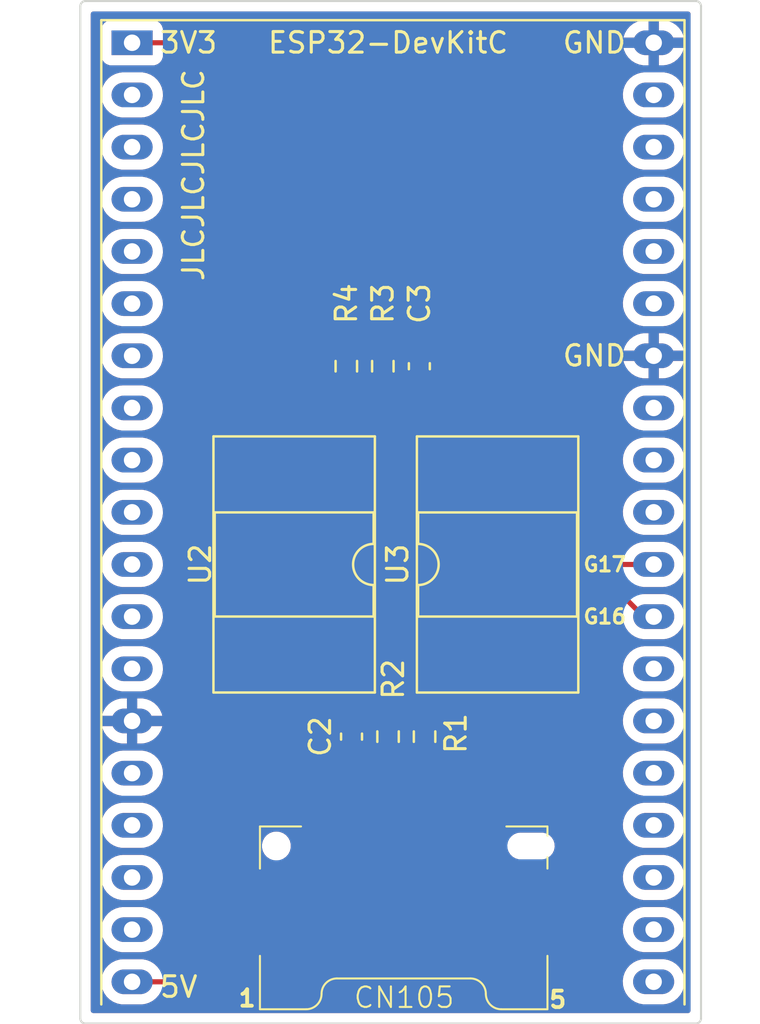
<source format=kicad_pcb>
(kicad_pcb (version 20221018) (generator pcbnew)

  (general
    (thickness 1.6)
  )

  (paper "A4")
  (layers
    (0 "F.Cu" signal)
    (31 "B.Cu" signal)
    (32 "B.Adhes" user "B.Adhesive")
    (33 "F.Adhes" user "F.Adhesive")
    (34 "B.Paste" user)
    (35 "F.Paste" user)
    (36 "B.SilkS" user "B.Silkscreen")
    (37 "F.SilkS" user "F.Silkscreen")
    (38 "B.Mask" user)
    (39 "F.Mask" user)
    (40 "Dwgs.User" user "User.Drawings")
    (41 "Cmts.User" user "User.Comments")
    (42 "Eco1.User" user "User.Eco1")
    (43 "Eco2.User" user "User.Eco2")
    (44 "Edge.Cuts" user)
    (45 "Margin" user)
    (46 "B.CrtYd" user "B.Courtyard")
    (47 "F.CrtYd" user "F.Courtyard")
    (48 "B.Fab" user)
    (49 "F.Fab" user)
    (50 "User.1" user)
    (51 "User.2" user)
    (52 "User.3" user)
    (53 "User.4" user)
    (54 "User.5" user)
    (55 "User.6" user)
    (56 "User.7" user)
    (57 "User.8" user)
    (58 "User.9" user)
  )

  (setup
    (stackup
      (layer "F.SilkS" (type "Top Silk Screen"))
      (layer "F.Paste" (type "Top Solder Paste"))
      (layer "F.Mask" (type "Top Solder Mask") (thickness 0.01))
      (layer "F.Cu" (type "copper") (thickness 0.035))
      (layer "dielectric 1" (type "core") (thickness 1.51) (material "FR4") (epsilon_r 4.5) (loss_tangent 0.02))
      (layer "B.Cu" (type "copper") (thickness 0.035))
      (layer "B.Mask" (type "Bottom Solder Mask") (thickness 0.01))
      (layer "B.Paste" (type "Bottom Solder Paste"))
      (layer "B.SilkS" (type "Bottom Silk Screen"))
      (copper_finish "None")
      (dielectric_constraints no)
    )
    (pad_to_mask_clearance 0)
    (aux_axis_origin 75.946 59.436)
    (grid_origin 75.946 59.436)
    (pcbplotparams
      (layerselection 0x00010f0_ffffffff)
      (plot_on_all_layers_selection 0x0000000_00000000)
      (disableapertmacros false)
      (usegerberextensions false)
      (usegerberattributes true)
      (usegerberadvancedattributes true)
      (creategerberjobfile true)
      (dashed_line_dash_ratio 12.000000)
      (dashed_line_gap_ratio 3.000000)
      (svgprecision 4)
      (plotframeref false)
      (viasonmask false)
      (mode 1)
      (useauxorigin false)
      (hpglpennumber 1)
      (hpglpenspeed 20)
      (hpglpendiameter 15.000000)
      (dxfpolygonmode true)
      (dxfimperialunits true)
      (dxfusepcbnewfont true)
      (psnegative false)
      (psa4output false)
      (plotreference true)
      (plotvalue true)
      (plotinvisibletext false)
      (sketchpadsonfab false)
      (subtractmaskfromsilk false)
      (outputformat 1)
      (mirror false)
      (drillshape 0)
      (scaleselection 1)
      (outputdirectory "gerber/")
    )
  )

  (net 0 "")
  (net 1 "GND")
  (net 2 "+5V")
  (net 3 "U1TX")
  (net 4 "U1RX")
  (net 5 "unconnected-(U1-CHIP_PU-Pad2)")
  (net 6 "unconnected-(U1-SENSOR_VP{slash}GPIO36{slash}ADC1_CH0-Pad3)")
  (net 7 "unconnected-(U1-SENSOR_VN{slash}GPIO39{slash}ADC1_CH3-Pad4)")
  (net 8 "unconnected-(U1-VDET_1{slash}GPIO34{slash}ADC1_CH6-Pad5)")
  (net 9 "unconnected-(U1-VDET_2{slash}GPIO35{slash}ADC1_CH7-Pad6)")
  (net 10 "unconnected-(U1-32K_XP{slash}GPIO32{slash}ADC1_CH4-Pad7)")
  (net 11 "unconnected-(U1-32K_XN{slash}GPIO33{slash}ADC1_CH5-Pad8)")
  (net 12 "unconnected-(U1-DAC_1{slash}ADC2_CH8{slash}GPIO25-Pad9)")
  (net 13 "unconnected-(U1-DAC_2{slash}ADC2_CH9{slash}GPIO26-Pad10)")
  (net 14 "unconnected-(U1-ADC2_CH7{slash}GPIO27-Pad11)")
  (net 15 "unconnected-(U1-MTMS{slash}GPIO14{slash}ADC2_CH6-Pad12)")
  (net 16 "unconnected-(U1-MTDI{slash}GPIO12{slash}ADC2_CH5-Pad13)")
  (net 17 "unconnected-(U1-MTCK{slash}GPIO13{slash}ADC2_CH4-Pad15)")
  (net 18 "unconnected-(U1-ADC2_CH2{slash}GPIO2-Pad24)")
  (net 19 "unconnected-(U1-ADC2_CH0{slash}GPIO4-Pad26)")
  (net 20 "unconnected-(U1-CMD-Pad18)")
  (net 21 "unconnected-(U1-SD_CLK{slash}GPIO6-Pad20)")
  (net 22 "unconnected-(U1-SD_DATA0{slash}GPIO7-Pad21)")
  (net 23 "unconnected-(U1-SD_DATA1{slash}GPIO8-Pad22)")
  (net 24 "unconnected-(U1-MTDO{slash}GPIO15{slash}ADC2_CH3-Pad23)")
  (net 25 "unconnected-(U1-GPIO0{slash}BOOT{slash}ADC2_CH1-Pad25)")
  (net 26 "unconnected-(U1-SD_DATA3{slash}GPIO10-Pad17)")
  (net 27 "unconnected-(U1-SD_DATA2{slash}GPIO9-Pad16)")
  (net 28 "unconnected-(U1-GPIO5-Pad29)")
  (net 29 "unconnected-(U1-GPIO18-Pad30)")
  (net 30 "unconnected-(U1-GPIO19-Pad31)")
  (net 31 "unconnected-(U1-GPIO21-Pad33)")
  (net 32 "unconnected-(U1-U0RXD{slash}GPIO3-Pad34)")
  (net 33 "unconnected-(U1-U0TXD{slash}GPIO1-Pad35)")
  (net 34 "unconnected-(U1-GPIO22-Pad36)")
  (net 35 "unconnected-(U1-GPIO23-Pad37)")
  (net 36 "+3V3")
  (net 37 "+12V")
  (net 38 "RX")
  (net 39 "TX")
  (net 40 "Net-(R1-Pad1)")
  (net 41 "Net-(R4-Pad2)")
  (net 42 "unconnected-(U2-Pad3)")
  (net 43 "unconnected-(U3-Pad3)")

  (footprint "Capacitor_SMD:C_0603_1608Metric_Pad1.08x0.95mm_HandSolder" (layer "F.Cu") (at 88.646 94.742 90))

  (footprint "Resistor_SMD:R_0603_1608Metric_Pad0.98x0.95mm_HandSolder" (layer "F.Cu") (at 90.424 94.742 90))

  (footprint "Resistor_SMD:R_0603_1608Metric_Pad0.98x0.95mm_HandSolder" (layer "F.Cu") (at 92.202 94.742 -90))

  (footprint "Custom_Connector_JST_PA:JST_PA_SM05B-PASS_1x5_P2.00mm_Horizontal" (layer "F.Cu") (at 91.186 100.066 180))

  (footprint "Custom_PCM_Espressif:ESP32-DevKitC (no overhang)" (layer "F.Cu") (at 77.96 60.96))

  (footprint "Resistor_SMD:R_0603_1608Metric_Pad0.98x0.95mm_HandSolder" (layer "F.Cu") (at 88.392 76.708 -90))

  (footprint "Capacitor_SMD:C_0603_1608Metric_Pad1.08x0.95mm_HandSolder" (layer "F.Cu") (at 91.948 76.708 90))

  (footprint "Package_DIP:DIP-6_W8.89mm_SMDSocket_LongPads" (layer "F.Cu") (at 95.758 86.361511 90))

  (footprint "Resistor_SMD:R_0603_1608Metric_Pad0.98x0.95mm_HandSolder" (layer "F.Cu") (at 90.17 76.708 -90))

  (footprint "Fiducial:Fiducial_0.5mm_Mask1mm" (layer "F.Cu") (at 81.534 103.378))

  (footprint "Package_DIP:DIP-6_W8.89mm_SMDSocket_LongPads" (layer "F.Cu") (at 85.852 86.36 -90))

  (footprint "Fiducial:Fiducial_0.5mm_Mask1mm" (layer "F.Cu") (at 98.552 63.754))

  (gr_arc (start 105.664 108.458) (mid 105.589605 108.637605) (end 105.41 108.712)
    (stroke (width 0.1) (type default)) (layer "Edge.Cuts") (tstamp 031e663b-2f60-45c6-807e-cf107d274383))
  (gr_arc (start 75.692 108.712) (mid 75.512395 108.637605) (end 75.438 108.458)
    (stroke (width 0.1) (type default)) (layer "Edge.Cuts") (tstamp 0b3b0272-c4b6-4693-889e-b07d10ccaaee))
  (gr_arc (start 75.438 59.182) (mid 75.512395 59.002395) (end 75.692 58.928)
    (stroke (width 0.1) (type default)) (layer "Edge.Cuts") (tstamp 0db7624c-8161-4e2f-a13d-2caa66efea0f))
  (gr_arc (start 105.41 58.928) (mid 105.589605 59.002395) (end 105.664 59.182)
    (stroke (width 0.1) (type default)) (layer "Edge.Cuts") (tstamp 5869a670-beff-49ac-b92a-e8c0bfd68158))
  (gr_line (start 75.438 59.182) (end 75.438 108.458)
    (stroke (width 0.1) (type default)) (layer "Edge.Cuts") (tstamp 5de59977-2ad4-4698-8f78-946e2c496158))
  (gr_line (start 105.41 58.928) (end 75.692 58.928)
    (stroke (width 0.1) (type default)) (layer "Edge.Cuts") (tstamp 88d15ab8-2975-4ae0-a1fb-46dfa9a01fe5))
  (gr_line (start 75.692 108.712) (end 105.41 108.712)
    (stroke (width 0.1) (type default)) (layer "Edge.Cuts") (tstamp c43990ab-4603-480d-8a0b-eb0cb3d87d5f))
  (gr_line (start 105.664 108.458) (end 105.664 59.182)
    (stroke (width 0.1) (type default)) (layer "Edge.Cuts") (tstamp da5b3c03-91dd-4ade-ab0b-c4ddf17ba0bf))
  (gr_text "1" (at 83.058 107.95) (layer "F.SilkS") (tstamp 5e564448-f8f7-4a85-bf39-943764be5523)
    (effects (font (size 0.8 0.8) (thickness 0.1875)) (justify left bottom))
  )
  (gr_text "JLCJLCJLCJLC" (at 81.534 72.644 90) (layer "F.SilkS") (tstamp 9ec7c8a1-94ce-4526-8dd8-2a6be6f8a89e)
    (effects (font (size 1 1) (thickness 0.15)) (justify left bottom))
  )
  (gr_text "5" (at 98.186 108.016) (layer "F.SilkS") (tstamp d6ac8330-0dca-44da-a61b-9d0548abfb2a)
    (effects (font (size 0.8 0.8) (thickness 0.1875)) (justify left bottom))
  )

  (segment (start 89.186 96.1445) (end 88.646 95.6045) (width 0.25) (layer "F.Cu") (net 1) (tstamp 92cee6d0-ca31-4bac-82c7-5d8929ad1826))
  (segment (start 89.186 98.666) (end 89.186 96.1445) (width 0.25) (layer "F.Cu") (net 1) (tstamp 9c31c667-3daf-40c2-9cb5-0227446df50c))
  (segment (start 91.898 75.7955) (end 91.948 75.8455) (width 0.25) (layer "F.Cu") (net 1) (tstamp e2f14273-3763-4bd6-b67f-80fa5218c79f))
  (segment (start 90.424 95.6545) (end 90.421 95.6545) (width 0.25) (layer "F.Cu") (net 2) (tstamp 2f244b3c-bc46-430a-9444-36501d875cc4))
  (segment (start 91.186 98.666) (end 91.186 102.362) (width 0.25) (layer "F.Cu") (net 2) (tstamp 34bb4b42-145c-4ace-991f-c93f53db698f))
  (segment (start 77.96 106.68) (end 78.214 106.934) (width 0.25) (layer "F.Cu") (net 2) (tstamp 43d38547-911b-4558-9a93-5cf0676b667f))
  (segment (start 90.424 96.52) (end 90.424 95.6545) (width 0.25) (layer "F.Cu") (net 2) (tstamp 4bf357c2-7190-4d7f-b8ad-034a999f4cd9))
  (segment (start 86.868 106.68) (end 77.96 106.68) (width 0.25) (layer "F.Cu") (net 2) (tstamp 4cfe259d-8135-4f1f-9d0a-352095ebbffd))
  (segment (start 88.646 91.059) (end 88.646 93.8795) (width 0.25) (layer "F.Cu") (net 2) (tstamp 7a25d7eb-db24-4897-8374-c136109a63fe))
  (segment (start 90.421 95.6545) (end 88.646 93.8795) (width 0.25) (layer "F.Cu") (net 2) (tstamp 7f742d47-73c0-4b3d-bee3-3e35d849d632))
  (segment (start 91.186 102.362) (end 86.868 106.68) (width 0.25) (layer "F.Cu") (net 2) (tstamp 994e84d7-0be8-4cb6-8178-3ca3b016ac72))
  (segment (start 91.186 96.774) (end 90.424 96.52) (width 0.25) (layer "F.Cu") (net 2) (tstamp ae1f64e5-f89b-408c-a904-059f05f5b8fa))
  (segment (start 91.186 98.666) (end 91.186 96.774) (width 0.25) (layer "F.Cu") (net 2) (tstamp b8ad926e-9b31-4d30-8f56-60fb7e392215))
  (segment (start 92.202 95.6545) (end 90.424 95.6545) (width 0.25) (layer "F.Cu") (net 2) (tstamp cee9d383-951a-4e7d-883c-10739902acd9))
  (segment (start 88.392 90.805) (end 88.646 91.059) (width 0.25) (layer "F.Cu") (net 2) (tstamp dfd46965-30f3-4a9a-8f8a-f8dd750595ea))
  (segment (start 77.96 106.68) (end 78.23 106.95) (width 0.25) (layer "F.Cu") (net 2) (tstamp f2fd85ef-5cfb-452b-a0de-df1c770e1ebc))
  (segment (start 99.568 84.582) (end 101.346 86.36) (width 0.25) (layer "F.Cu") (net 3) (tstamp 41aea3e8-4f4a-4b46-a134-b0b6942074c3))
  (segment (start 86.719 84.582) (end 99.568 84.582) (width 0.25) (layer "F.Cu") (net 3) (tstamp 7d4c8ff3-63ca-45d2-818f-7f2f5404f0a7))
  (segment (start 101.346 86.36) (end 103.36 86.36) (width 0.25) (layer "F.Cu") (net 3) (tstamp 871c40a9-238e-42ee-bc39-1610d41aab79))
  (segment (start 85.852 83.715) (end 86.719 84.582) (width 0.25) (layer "F.Cu") (net 3) (tstamp bbcb450d-9215-4e09-8583-f845c2918d72))
  (segment (start 85.852 81.915) (end 85.852 83.715) (width 0.25) (layer "F.Cu") (net 3) (tstamp c9efab56-593a-4d4f-b332-31327358b6df))
  (segment (start 102.87 88.9) (end 99.06 85.09) (width 0.25) (layer "F.Cu") (net 4) (tstamp 0bed26b8-617d-4db1-b9d8-9ba33b41269e))
  (segment (start 98.298 82.677109) (end 98.298 81.916511) (width 0.25) (layer "F.Cu") (net 4) (tstamp 1a1807d5-3485-47fb-996e-d2acd309a092))
  (segment (start 92.375489 84.074) (end 96.901109 84.074) (width 0.25) (layer "F.Cu") (net 4) (tstamp 1f95a6b2-314d-4586-a233-10bbf2f5da46))
  (segment (start 90.17 77.6205) (end 91.44 78.8905) (width 0.25) (layer "F.Cu") (net 4) (tstamp 32cae091-f5b0-4a5e-ad43-f8e20f24a6c3))
  (segment (start 87.568462 76.708) (end 89.2575 76.708) (width 0.25) (layer "F.Cu") (net 4) (tstamp 3420e551-2714-4c0c-acf3-7c57815a9e8a))
  (segment (start 91.44 83.138511) (end 92.375489 84.074) (width 0.25) (layer "F.Cu") (net 4) (tstamp 37471e81-cf1c-4d07-aa68-f4c0f0eb64ce))
  (segment (start 86.027 85.09) (end 84.582 83.645) (width 0.25) (layer "F.Cu") (net 4) (tstamp 3d048700-54ab-4f4c-bbab-7d3a7cb9b0da))
  (segment (start 99.06 85.09) (end 86.027 85.09) (width 0.25) (layer "F.Cu") (net 4) (tstamp 49fad6d4-eb28-4ef8-a60a-1a148a424d85))
  (segment (start 103.36 88.9) (end 102.87 88.9) (width 0.25) (layer "F.Cu") (net 4) (tstamp 551154f9-e70e-405b-acd4-5e622f353136))
  (segment (start 91.44 78.8905) (end 91.44 83.138511) (width 0.25) (layer "F.Cu") (net 4) (tstamp 5fb8cbdb-b925-46de-baf3-60176b3d102c))
  (segment (start 84.582 83.645) (end 84.582 79.694462) (width 0.25) (layer "F.Cu") (net 4) (tstamp 633c0547-308b-4b12-bf1a-e176a79a3f53))
  (segment (start 89.2575 76.708) (end 90.17 77.6205) (width 0.25) (layer "F.Cu") (net 4) (tstamp a52c01f4-3e48-4833-aecc-a121ee43a3ec))
  (segment (start 96.901109 84.074) (end 98.298 82.677109) (width 0.25) (layer "F.Cu") (net 4) (tstamp dbaf4ce2-61fb-42a7-b21e-0fefe417d976))
  (segment (start 84.582 79.694462) (end 87.568462 76.708) (width 0.25) (layer "F.Cu") (net 4) (tstamp ddab8e03-7126-4e72-864c-f0ab043bdd18))
  (segment (start 77.96 60.96) (end 86.36 60.96) (width 0.25) (layer "F.Cu") (net 36) (tstamp 1dd6935a-353c-4e88-94ef-3d53808aa1ba))
  (segment (start 90.17 75.7955) (end 90.173 75.7955) (width 0.25) (layer "F.Cu") (net 36) (tstamp 2e7a014a-a21a-4679-a346-84cae3476256))
  (segment (start 89.154 75.7955) (end 90.17 75.7955) (width 0.25) (layer "F.Cu") (net 36) (tstamp 4531d232-6916-4cd9-8a4c-d2beaa605b98))
  (segment (start 88.392 75.7955) (end 89.154 75.7955) (width 0.25) (layer "F.Cu") (net 36) (tstamp 46af7bec-f229-4c00-bf5e-c1ac14566557))
  (segment (start 88.392 62.992) (end 88.392 75.7955) (width 0.25) (layer "F.Cu") (net 36) (tstamp 5a4ed7d8-8dac-4cef-b321-1412378f7fdd))
  (segment (start 86.36 60.96) (end 88.392 62.992) (width 0.25) (layer "F.Cu") (net 36) (tstamp 5fb7cee5-14dd-4261-8b73-33e222667ae6))
  (segment (start 93.218 78.74) (end 93.218 81.916511) (width 0.25) (layer "F.Cu") (net 36) (tstamp 66930fd6-c7eb-4137-9d97-b5c348fd5948))
  (segment (start 90.173 75.7955) (end 91.948 77.5705) (width 0.25) (layer "F.Cu") (net 36) (tstamp 92606ecc-fb77-4da0-ab58-acdd66806290))
  (segment (start 91.948 77.5705) (end 93.218 78.74) (width 0.25) (layer "F.Cu") (net 36) (tstamp e0006e3d-4cd2-47dc-a272-f967b84086b3))
  (segment (start 95.186 99.632) (end 94.234 100.584) (width 0.25) (layer "F.Cu") (net 38) (tstamp 0e20ffc9-c91f-46f3-9f8e-d92df3815a54))
  (segment (start 90.424 89.154) (end 89.916 88.646) (width 0.25) (layer "F.Cu") (net 38) (tstamp 13ae82fe-796f-49ef-8c44-650143b8ee2f))
  (segment (start 94.234 100.584) (end 92.71 100.584) (width 0.25) (layer "F.Cu") (net 38) (tstamp 2a08495d-e896-46ae-a7e4-7d1d7cb9f10b))
  (segment (start 92.202 100.076) (end 92.202 97.028) (width 0.25) (layer "F.Cu") (net 38) (tstamp 2b925dc6-62e8-4d43-9be9-240c664257ae))
  (segment (start 84.836 88.646) (end 83.312 90.17) (width 0.25) (layer "F.Cu") (net 38) (tstamp 47db65ef-fb6a-4a2e-ace3-6e7a3da053f3))
  (segment (start 93.218 95.25) (end 92.71 94.742) (width 0.25) (layer "F.Cu") (net 38) (tstamp 6aa79d11-5c82-4e93-8efa-a66a4c9dc70e))
  (segment (start 91.3365 94.742) (end 90.424 93.8295) (width 0.25) (layer "F.Cu") (net 38) (tstamp 700690b0-4432-4510-82bf-c69391b65832))
  (segment (start 83.312 90.17) (end 83.312 90.805) (width 0.25) (layer "F.Cu") (net 38) (tstamp 87db9206-9783-4602-9063-4c9484161ba2))
  (segment (start 92.202 97.028) (end 93.218 96.012) (width 0.25) (layer "F.Cu") (net 38) (tstamp 8e6c6811-44fe-4feb-81b3-0de26aca0a4d))
  (segment (start 89.916 88.646) (end 84.836 88.646) (width 0.25) (layer "F.Cu") (net 38) (tstamp 9fa84440-60f0-431c-88e3-15a4a48ecef9))
  (segment (start 95.186 98.666) (end 95.186 99.632) (width 0.25) (layer "F.Cu") (net 38) (tstamp acf79c59-0b35-4649-a657-e81c157c0115))
  (segment (start 92.71 100.584) (end 92.202 100.076) (width 0.25) (layer "F.Cu") (net 38) (tstamp d81ca8ba-564a-41d6-a77d-658335a27511))
  (segment (start 92.71 94.742) (end 91.3365 94.742) (width 0.25) (layer "F.Cu") (net 38) (tstamp de02a9de-aa0d-4d09-a413-d78d5e700acb))
  (segment (start 90.424 93.8295) (end 90.424 89.154) (width 0.25) (layer "F.Cu") (net 38) (tstamp f518a619-91fb-4c42-8e70-4498c9828b2b))
  (segment (start 93.218 96.012) (end 93.218 95.25) (width 0.25) (layer "F.Cu") (net 38) (tstamp fa939b00-074c-4e7a-8cb8-ee324134cc98))
  (segment (start 95.758 94.234) (end 95.758 90.806511) (width 0.25) (layer "F.Cu") (net 39) (tstamp 00fbd4fa-bd03-48a5-b936-9c01c255fd9e))
  (segment (start 93.186 96.806) (end 95.758 94.234) (width 0.25) (layer "F.Cu") (net 39) (tstamp 0d8c6c35-b737-47ce-a6fc-ce1086211abc))
  (segment (start 93.186 98.666) (end 93.186 96.806) (width 0.25) (layer "F.Cu") (net 39) (tstamp 1ea2f3ce-dd54-4b91-b3d1-c0af98d02425))
  (segment (start 92.202 93.8295) (end 92.202 93.726) (width 0.25) (layer "F.Cu") (net 40) (tstamp 432b971b-f237-4c4f-9465-7885c59285e4))
  (segment (start 92.202 93.726) (end 93.218 92.71) (width 0.25) (layer "F.Cu") (net 40) (tstamp 4ffec90c-f3c0-4b0f-b632-bcad8f286650))
  (segment (start 93.218 92.71) (end 93.218 90.806511) (width 0.25) (layer "F.Cu") (net 40) (tstamp e540d199-08a5-4f95-b650-6a6562c059b2))
  (segment (start 88.392 77.6205) (end 88.392 81.915) (width 0.25) (layer "F.Cu") (net 41) (tstamp b3d70f3e-a800-43f5-80af-f8edfb1638e0))

  (zone (net 1) (net_name "GND") (layer "F.Cu") (tstamp 99ba3fce-30c2-450d-b0ef-471d2f1ebf31) (hatch edge 0.5)
    (connect_pads (clearance 0.5))
    (min_thickness 0.25) (filled_areas_thickness no)
    (fill yes (thermal_gap 0.5) (thermal_bridge_width 0.5))
    (polygon
      (pts
        (xy 75.946 59.436)
        (xy 105.156 59.436)
        (xy 105.156 108.204)
        (xy 75.946 108.204)
      )
    )
    (filled_polygon
      (layer "F.Cu")
      (pts
        (xy 105.099039 59.455685)
        (xy 105.144794 59.508489)
        (xy 105.156 59.56)
        (xy 105.156 108.08)
        (xy 105.136315 108.147039)
        (xy 105.083511 108.192794)
        (xy 105.032 108.204)
        (xy 76.07 108.204)
        (xy 76.002961 108.184315)
        (xy 75.957206 108.131511)
        (xy 75.946 108.08)
        (xy 75.946 106.627401)
        (xy 76.455746 106.627401)
        (xy 76.465745 106.837327)
        (xy 76.515296 107.041578)
        (xy 76.515298 107.041582)
        (xy 76.602598 107.232743)
        (xy 76.602601 107.232748)
        (xy 76.602602 107.23275)
        (xy 76.602604 107.232753)
        (xy 76.722577 107.401232)
        (xy 76.724515 107.403953)
        (xy 76.72452 107.403959)
        (xy 76.87662 107.548985)
        (xy 76.971578 107.610011)
        (xy 77.053428 107.662613)
        (xy 77.248543 107.740725)
        (xy 77.351729 107.760612)
        (xy 77.454914 107.7805)
        (xy 77.454915 107.7805)
        (xy 78.412419 107.7805)
        (xy 78.412425 107.7805)
        (xy 78.569218 107.765528)
        (xy 78.770875 107.706316)
        (xy 78.957682 107.610011)
        (xy 79.122886 107.480092)
        (xy 79.237088 107.348297)
        (xy 79.295867 107.310523)
        (xy 79.330801 107.3055)
        (xy 86.785257 107.3055)
        (xy 86.800877 107.307224)
        (xy 86.800904 107.306939)
        (xy 86.80866 107.307671)
        (xy 86.808667 107.307673)
        (xy 86.875873 107.305561)
        (xy 86.879768 107.3055)
        (xy 86.907346 107.3055)
        (xy 86.90735 107.3055)
        (xy 86.911324 107.304997)
        (xy 86.922963 107.30408)
        (xy 86.966627 107.302709)
        (xy 86.985869 107.297117)
        (xy 87.004912 107.293174)
        (xy 87.024792 107.290664)
        (xy 87.065401 107.274585)
        (xy 87.076444 107.270803)
        (xy 87.11839 107.258618)
        (xy 87.135629 107.248422)
        (xy 87.153103 107.239862)
        (xy 87.171727 107.232488)
        (xy 87.171727 107.232487)
        (xy 87.171732 107.232486)
        (xy 87.207083 107.2068)
        (xy 87.216814 107.200408)
        (xy 87.25442 107.17817)
        (xy 87.268589 107.163999)
        (xy 87.283379 107.151368)
        (xy 87.299587 107.139594)
        (xy 87.327438 107.105926)
        (xy 87.335279 107.097309)
        (xy 87.807907 106.624681)
        (xy 101.852066 106.624681)
        (xy 101.862065 106.834607)
        (xy 101.911616 107.038858)
        (xy 101.911618 107.038862)
        (xy 101.998918 107.230023)
        (xy 101.998921 107.230028)
        (xy 101.998922 107.23003)
        (xy 101.998924 107.230033)
        (xy 102.120834 107.401232)
        (xy 102.120835 107.401233)
        (xy 102.12084 107.401239)
        (xy 102.27294 107.546265)
        (xy 102.414117 107.636994)
        (xy 102.449748 107.659893)
        (xy 102.644863 107.738005)
        (xy 102.748049 107.757892)
        (xy 102.851234 107.77778)
        (xy 102.851235 107.77778)
        (xy 103.808739 107.77778)
        (xy 103.808745 107.77778)
        (xy 103.965538 107.762808)
        (xy 104.167195 107.703596)
        (xy 104.354002 107.607291)
        (xy 104.519206 107.477372)
        (xy 104.656839 107.318536)
        (xy 104.661466 107.310523)
        (xy 104.746053 107.164013)
        (xy 104.761924 107.136524)
        (xy 104.830664 106.937913)
        (xy 104.860574 106.729882)
        (xy 104.850574 106.51995)
        (xy 104.801024 106.315704)
        (xy 104.75766 106.22075)
        (xy 104.713721 106.124536)
        (xy 104.713718 106.124531)
        (xy 104.713717 106.12453)
        (xy 104.713716 106.124527)
        (xy 104.591806 105.953328)
        (xy 104.591804 105.953326)
        (xy 104.591799 105.95332)
        (xy 104.439699 105.808294)
        (xy 104.262894 105.694668)
        (xy 104.067775 105.616554)
        (xy 103.861406 105.57678)
        (xy 103.861405 105.57678)
        (xy 102.903895 105.57678)
        (xy 102.747102 105.591752)
        (xy 102.747098 105.591753)
        (xy 102.545447 105.650963)
        (xy 102.358633 105.747271)
        (xy 102.193436 105.877185)
        (xy 102.193432 105.877189)
        (xy 102.055798 106.036026)
        (xy 101.950718 106.21803)
        (xy 101.881976 106.416645)
        (xy 101.881976 106.416647)
        (xy 101.867124 106.51995)
        (xy 101.852066 106.624681)
        (xy 87.807907 106.624681)
        (xy 90.866589 103.566)
        (xy 96.136001 103.566)
        (xy 96.136001 104.978628)
        (xy 96.150766 105.109685)
        (xy 96.150768 105.109695)
        (xy 96.208914 105.275864)
        (xy 96.208916 105.275868)
        (xy 96.30258 105.424933)
        (xy 96.427066 105.549419)
        (xy 96.576131 105.643083)
        (xy 96.576135 105.643085)
        (xy 96.742304 105.701231)
        (xy 96.742313 105.701233)
        (xy 96.873374 105.715999)
        (xy 97.285999 105.715999)
        (xy 97.286 105.715998)
        (xy 97.286 103.566)
        (xy 97.786 103.566)
        (xy 97.786 105.715999)
        (xy 98.198621 105.715999)
        (xy 98.198628 105.715998)
        (xy 98.329685 105.701233)
        (xy 98.329695 105.701231)
        (xy 98.495864 105.643085)
        (xy 98.495868 105.643083)
        (xy 98.644933 105.549419)
        (xy 98.769419 105.424933)
        (xy 98.863083 105.275868)
        (xy 98.863085 105.275864)
        (xy 98.921231 105.109695)
        (xy 98.921233 105.109686)
        (xy 98.935999 104.978627)
        (xy 98.936 104.978623)
        (xy 98.936 104.084681)
        (xy 101.852066 104.084681)
        (xy 101.862065 104.294607)
        (xy 101.911616 104.498858)
        (xy 101.911618 104.498862)
        (xy 101.998918 104.690023)
        (xy 101.998921 104.690028)
        (xy 101.998922 104.69003)
        (xy 101.998924 104.690033)
        (xy 102.120834 104.861232)
        (xy 102.120835 104.861233)
        (xy 102.12084 104.861239)
        (xy 102.27294 105.006265)
        (xy 102.414117 105.096994)
        (xy 102.449748 105.119893)
        (xy 102.644863 105.198005)
        (xy 102.748049 105.217892)
        (xy 102.851234 105.23778)
        (xy 102.851235 105.23778)
        (xy 103.808739 105.23778)
        (xy 103.808745 105.23778)
        (xy 103.965538 105.222808)
        (xy 104.167195 105.163596)
        (xy 104.354002 105.067291)
        (xy 104.519206 104.937372)
        (xy 104.656839 104.778536)
        (xy 104.761924 104.596524)
        (xy 104.830664 104.397913)
        (xy 104.860574 104.189882)
        (xy 104.850574 103.97995)
        (xy 104.801024 103.775704)
        (xy 104.801021 103.775697)
        (xy 104.713721 103.584536)
        (xy 104.713718 103.584531)
        (xy 104.713717 103.58453)
        (xy 104.713716 103.584527)
        (xy 104.591806 103.413328)
        (xy 104.591804 103.413326)
        (xy 104.591799 103.41332)
        (xy 104.439699 103.268294)
        (xy 104.262894 103.154668)
        (xy 104.067775 103.076554)
        (xy 103.861406 103.03678)
        (xy 103.861405 103.03678)
        (xy 102.903895 103.03678)
        (xy 102.747102 103.051752)
        (xy 102.747098 103.051753)
        (xy 102.545447 103.110963)
        (xy 102.358633 103.207271)
        (xy 102.193436 103.337185)
        (xy 102.193432 103.337189)
        (xy 102.055798 103.496026)
        (xy 101.950718 103.67803)
        (xy 101.881976 103.876645)
        (xy 101.881976 103.876647)
        (xy 101.866733 103.98267)
        (xy 101.852066 104.084681)
        (xy 98.936 104.084681)
        (xy 98.936 103.566)
        (xy 97.786 103.566)
        (xy 97.286 103.566)
        (xy 96.136001 103.566)
        (xy 90.866589 103.566)
        (xy 91.569788 102.862801)
        (xy 91.582042 102.852986)
        (xy 91.581859 102.852764)
        (xy 91.587868 102.847791)
        (xy 91.587877 102.847786)
        (xy 91.633949 102.798722)
        (xy 91.636566 102.796023)
        (xy 91.65612 102.776471)
        (xy 91.658576 102.773303)
        (xy 91.666156 102.764427)
        (xy 91.696062 102.732582)
        (xy 91.705713 102.715024)
        (xy 91.716396 102.698761)
        (xy 91.728673 102.682936)
        (xy 91.746021 102.642844)
        (xy 91.751151 102.632371)
        (xy 91.772197 102.594092)
        (xy 91.77718 102.57468)
        (xy 91.783481 102.55628)
        (xy 91.791437 102.537896)
        (xy 91.79827 102.494748)
        (xy 91.800633 102.483338)
        (xy 91.8115 102.441019)
        (xy 91.8115 102.420983)
        (xy 91.813027 102.401582)
        (xy 91.813263 102.400092)
        (xy 91.81616 102.381804)
        (xy 91.81205 102.338324)
        (xy 91.8115 102.326655)
        (xy 91.8115 100.869452)
        (xy 91.831185 100.802413)
        (xy 91.883989 100.756658)
        (xy 91.953147 100.746714)
        (xy 92.016703 100.775739)
        (xy 92.023181 100.781771)
        (xy 92.209194 100.967784)
        (xy 92.219017 100.980045)
        (xy 92.219239 100.979863)
        (xy 92.224211 100.985873)
        (xy 92.224214 100.985877)
        (xy 92.273223 101.0319)
        (xy 92.276021 101.034612)
        (xy 92.295522 101.054114)
        (xy 92.295526 101.054117)
        (xy 92.295529 101.05412)
        (xy 92.298702 101.056581)
        (xy 92.307574 101.064159)
        (xy 92.339418 101.094062)
        (xy 92.356976 101.103714)
        (xy 92.373235 101.114395)
        (xy 92.389064 101.126673)
        (xy 92.429155 101.144021)
        (xy 92.439626 101.149151)
        (xy 92.46218 101.16155)
        (xy 92.477902 101.170194)
        (xy 92.477904 101.170195)
        (xy 92.477908 101.170197)
        (xy 92.497316 101.17518)
        (xy 92.515719 101.181481)
        (xy 92.534101 101.189436)
        (xy 92.534102 101.189436)
        (xy 92.534104 101.189437)
        (xy 92.57725 101.19627)
        (xy 92.588672 101.198636)
        (xy 92.630981 101.2095)
        (xy 92.651016 101.2095)
        (xy 92.670415 101.211027)
        (xy 92.690196 101.21416)
        (xy 92.730939 101.210308)
        (xy 92.733672 101.21005)
        (xy 92.745342 101.2095)
        (xy 94.151257 101.2095)
        (xy 94.166877 101.211224)
        (xy 94.166904 101.210939)
        (xy 94.17466 101.211671)
        (xy 94.174667 101.211673)
        (xy 94.241873 101.209561)
        (xy 94.245768 101.2095)
        (xy 94.273346 101.2095)
        (xy 94.27335 101.2095)
        (xy 94.277324 101.208997)
        (xy 94.288963 101.20808)
        (xy 94.332627 101.206709)
        (xy 94.351869 101.201117)
        (xy 94.370912 101.197174)
        (xy 94.390792 101.194664)
        (xy 94.431401 101.178585)
        (xy 94.442444 101.174803)
        (xy 94.48439 101.162618)
        (xy 94.501629 101.152422)
        (xy 94.519103 101.143862)
        (xy 94.537727 101.136488)
        (xy 94.537727 101.136487)
        (xy 94.537732 101.136486)
        (xy 94.573083 101.1108)
        (xy 94.582814 101.104408)
        (xy 94.62042 101.08217)
        (xy 94.634589 101.067999)
        (xy 94.649379 101.055368)
        (xy 94.665587 101.043594)
        (xy 94.693438 101.009926)
        (xy 94.701279 101.001309)
        (xy 94.999771 100.702818)
        (xy 95.061094 100.669333)
        (xy 95.087452 100.666499)
        (xy 95.486002 100.666499)
        (xy 95.486008 100.666499)
        (xy 95.588797 100.655999)
        (xy 95.755334 100.600814)
        (xy 95.904656 100.508712)
        (xy 96.028712 100.384656)
        (xy 96.069374 100.31873)
        (xy 96.121318 100.272009)
        (xy 96.190281 100.260785)
        (xy 96.254363 100.288627)
        (xy 96.28822 100.338675)
        (xy 96.289412 100.338115)
        (xy 96.292734 100.345175)
        (xy 96.380798 100.48394)
        (xy 96.500603 100.596445)
        (xy 96.500611 100.596451)
        (xy 96.63438 100.669991)
        (xy 96.644632 100.675627)
        (xy 96.724798 100.69621)
        (xy 96.784834 100.731946)
        (xy 96.81602 100.794469)
        (xy 96.808453 100.863928)
        (xy 96.764534 100.918269)
        (xy 96.734915 100.933354)
        (xy 96.576132 100.988915)
        (xy 96.576131 100.988916)
        (xy 96.427066 101.08258)
        (xy 96.30258 101.207066)
        (xy 96.208916 101.356131)
        (xy 96.208914 101.356135)
        (xy 96.150768 101.522304)
        (xy 96.150766 101.522313)
        (xy 96.136 101.653372)
        (xy 96.136 103.066)
        (xy 98.935999 103.066)
        (xy 98.935999 101.653379)
        (xy 98.935998 101.653371)
        (xy 98.924059 101.547401)
        (xy 101.855746 101.547401)
        (xy 101.865745 101.757327)
        (xy 101.915296 101.961578)
        (xy 101.915298 101.961582)
        (xy 102.002598 102.152743)
        (xy 102.002601 102.152748)
        (xy 102.002602 102.15275)
        (xy 102.002604 102.152753)
        (xy 102.065627 102.241256)
        (xy 102.124515 102.323953)
        (xy 102.12452 102.323959)
        (xy 102.27662 102.468985)
        (xy 102.371578 102.530011)
        (xy 102.453428 102.582613)
        (xy 102.648543 102.660725)
        (xy 102.751729 102.680612)
        (xy 102.854914 102.7005)
        (xy 102.854915 102.7005)
        (xy 103.812419 102.7005)
        (xy 103.812425 102.7005)
        (xy 103.969218 102.685528)
        (xy 104.170875 102.626316)
        (xy 104.357682 102.530011)
        (xy 104.522886 102.400092)
        (xy 104.660519 102.241256)
        (xy 104.765604 102.059244)
        (xy 104.834344 101.860633)
        (xy 104.864254 101.652602)
        (xy 104.854254 101.44267)
        (xy 104.804704 101.238424)
        (xy 104.793623 101.21416)
        (xy 104.717401 101.047256)
        (xy 104.717398 101.047251)
        (xy 104.717397 101.04725)
        (xy 104.717396 101.047247)
        (xy 104.595486 100.876048)
        (xy 104.595484 100.876046)
        (xy 104.595479 100.87604)
        (xy 104.443379 100.731014)
        (xy 104.266574 100.617388)
        (xy 104.225174 100.600814)
        (xy 104.157404 100.573683)
        (xy 104.071455 100.539274)
        (xy 103.865086 100.4995)
        (xy 103.865085 100.4995)
        (xy 102.907575 100.4995)
        (xy 102.750782 100.514472)
        (xy 102.750778 100.514473)
        (xy 102.549127 100.573683)
        (xy 102.362313 100.669991)
        (xy 102.197116 100.799905)
        (xy 102.197112 100.799909)
        (xy 102.059478 100.958746)
        (xy 101.954398 101.14075)
        (xy 101.885656 101.339365)
        (xy 101.885656 101.339367)
        (xy 101.859353 101.522314)
        (xy 101.855746 101.547401)
        (xy 98.924059 101.547401)
        (xy 98.921233 101.522314)
        (xy 98.921231 101.522304)
        (xy 98.863085 101.356135)
        (xy 98.863083 101.356131)
        (xy 98.769419 101.207066)
        (xy 98.644933 101.08258)
        (xy 98.495868 100.988916)
        (xy 98.495864 100.988914)
        (xy 98.329695 100.930768)
        (xy 98.329686 100.930766)
        (xy 98.198627 100.916)
        (xy 98.156239 100.916)
        (xy 98.0892 100.896315)
        (xy 98.043445 100.843511)
        (xy 98.033501 100.774353)
        (xy 98.062526 100.710797)
        (xy 98.110592 100.676708)
        (xy 98.136379 100.666498)
        (xy 98.201871 100.640568)
        (xy 98.257216 100.600358)
        (xy 98.334835 100.543965)
        (xy 98.334835 100.543963)
        (xy 98.334837 100.543963)
        (xy 98.4396 100.417326)
        (xy 98.509579 100.268613)
        (xy 98.540376 100.10717)
        (xy 98.530056 99.94314)
        (xy 98.479268 99.786829)
        (xy 98.391202 99.64806)
        (xy 98.353604 99.612753)
        (xy 98.271396 99.535554)
        (xy 98.271388 99.535548)
        (xy 98.127371 99.456374)
        (xy 98.127361 99.456371)
        (xy 97.96818 99.4155)
        (xy 97.968177 99.4155)
        (xy 96.845075 99.4155)
        (xy 96.845065 99.4155)
        (xy 96.722942 99.430929)
        (xy 96.722939 99.430929)
        (xy 96.57013 99.491431)
        (xy 96.570121 99.491436)
        (xy 96.437164 99.588034)
        (xy 96.406042 99.625655)
        (xy 96.348142 99.664761)
        (xy 96.27829 99.666357)
        (xy 96.218665 99.629935)
        (xy 96.188196 99.567058)
        (xy 96.186499 99.546623)
        (xy 96.186499 99.007401)
        (xy 101.855746 99.007401)
        (xy 101.865745 99.217327)
        (xy 101.915296 99.421578)
        (xy 101.915298 99.421582)
        (xy 102.002598 99.612743)
        (xy 102.002601 99.612748)
        (xy 102.002602 99.61275)
        (xy 102.002604 99.612753)
        (xy 102.124514 99.783952)
        (xy 102.124515 99.783953)
        (xy 102.12452 99.783959)
        (xy 102.27662 99.928985)
        (xy 102.371578 99.990011)
        (xy 102.453428 100.042613)
        (xy 102.648543 100.120725)
        (xy 102.751729 100.140612)
        (xy 102.854914 100.1605)
        (xy 102.854915 100.1605)
        (xy 103.812419 100.1605)
        (xy 103.812425 100.1605)
        (xy 103.969218 100.145528)
        (xy 104.170875 100.086316)
        (xy 104.357682 99.990011)
        (xy 104.522886 99.860092)
        (xy 104.660519 99.701256)
        (xy 104.68159 99.664761)
        (xy 104.756187 99.535554)
        (xy 104.765604 99.519244)
        (xy 104.834344 99.320633)
        (xy 104.864254 99.112602)
        (xy 104.854254 98.90267)
        (xy 104.804704 98.698424)
        (xy 104.804701 98.698417)
        (xy 104.717401 98.507256)
        (xy 104.717398 98.507251)
        (xy 104.717397 98.50725)
        (xy 104.717396 98.507247)
        (xy 104.595486 98.336048)
        (xy 104.595484 98.336046)
        (xy 104.595479 98.33604)
        (xy 104.443379 98.191014)
        (xy 104.266574 98.077388)
        (xy 104.071455 97.999274)
        (xy 103.865086 97.9595)
        (xy 103.865085 97.9595)
        (xy 102.907575 97.9595)
        (xy 102.750782 97.974472)
        (xy 102.750778 97.974473)
        (xy 102.549127 98.033683)
        (xy 102.362313 98.129991)
        (xy 102.197116 98.259905)
        (xy 102.197112 98.259909)
        (xy 102.059478 98.418746)
        (xy 101.954398 98.60075)
        (xy 101.885656 98.799365)
        (xy 101.885656 98.799367)
        (xy 101.870804 98.90267)
        (xy 101.855746 99.007401)
        (xy 96.186499 99.007401)
        (xy 96.186499 97.365992)
        (xy 96.18181 97.320094)
        (xy 96.175999 97.263203)
        (xy 96.175998 97.2632)
        (xy 96.142216 97.161253)
        (xy 96.120814 97.096666)
        (xy 96.028712 96.947344)
        (xy 95.904656 96.823288)
        (xy 95.755334 96.731186)
        (xy 95.588797 96.676001)
        (xy 95.588795 96.676)
        (xy 95.48601 96.6655)
        (xy 94.885998 96.6655)
        (xy 94.88598 96.665501)
        (xy 94.783203 96.676)
        (xy 94.7832 96.676001)
        (xy 94.616668 96.731185)
        (xy 94.616663 96.731187)
        (xy 94.467342 96.823289)
        (xy 94.343289 96.947342)
        (xy 94.291539 97.031243)
        (xy 94.239591 97.077967)
        (xy 94.170628 97.08919)
        (xy 94.106546 97.061346)
        (xy 94.080461 97.031243)
        (xy 94.076932 97.025521)
        (xy 94.042236 96.969271)
        (xy 94.023797 96.901879)
        (xy 94.04472 96.835216)
        (xy 94.06009 96.816499)
        (xy 94.409188 96.467401)
        (xy 101.855746 96.467401)
        (xy 101.865745 96.677327)
        (xy 101.915296 96.881578)
        (xy 101.915298 96.881582)
        (xy 102.002598 97.072743)
        (xy 102.002601 97.072748)
        (xy 102.002602 97.07275)
        (xy 102.002604 97.072753)
        (xy 102.065627 97.161256)
        (xy 102.124515 97.243953)
        (xy 102.12452 97.243959)
        (xy 102.27662 97.388985)
        (xy 102.371578 97.450011)
        (xy 102.453428 97.502613)
        (xy 102.648543 97.580725)
        (xy 102.751729 97.600612)
        (xy 102.854914 97.6205)
        (xy 102.854915 97.6205)
        (xy 103.812419 97.6205)
        (xy 103.812425 97.6205)
        (xy 103.969218 97.605528)
        (xy 104.170875 97.546316)
        (xy 104.357682 97.450011)
        (xy 104.522886 97.320092)
        (xy 104.660519 97.161256)
        (xy 104.702127 97.08919)
        (xy 104.738886 97.025521)
        (xy 104.765604 96.979244)
        (xy 104.834344 96.780633)
        (xy 104.864254 96.572602)
        (xy 104.854254 96.36267)
        (xy 104.804704 96.158424)
        (xy 104.804701 96.158417)
        (xy 104.717401 95.967256)
        (xy 104.717398 95.967251)
        (xy 104.717397 95.96725)
        (xy 104.717396 95.967247)
        (xy 104.595486 95.796048)
        (xy 104.595484 95.796046)
        (xy 104.595479 95.79604)
        (xy 104.443379 95.651014)
        (xy 104.266574 95.537388)
        (xy 104.071455 95.459274)
        (xy 103.865086 95.4195)
        (xy 103.865085 95.4195)
        (xy 102.907575 95.4195)
        (xy 102.750782 95.434472)
        (xy 102.750778 95.434473)
        (xy 102.549127 95.493683)
        (xy 102.362313 95.589991)
        (xy 102.197116 95.719905)
        (xy 102.197112 95.719909)
        (xy 102.059478 95.878746)
        (xy 101.954398 96.06075)
        (xy 101.885656 96.259365)
        (xy 101.885656 96.259367)
        (xy 101.857627 96.454319)
        (xy 101.855746 96.467401)
        (xy 94.409188 96.467401)
        (xy 96.141788 94.734801)
        (xy 96.154042 94.724986)
        (xy 96.153859 94.724764)
        (xy 96.159868 94.719791)
        (xy 96.159877 94.719786)
        (xy 96.205949 94.670722)
        (xy 96.208566 94.668023)
        (xy 96.22812 94.648471)
        (xy 96.230576 94.645303)
        (xy 96.238156 94.636427)
        (xy 96.268062 94.604582)
        (xy 96.277713 94.587024)
        (xy 96.288396 94.570761)
        (xy 96.300673 94.554936)
        (xy 96.318021 94.514844)
        (xy 96.323151 94.504371)
        (xy 96.344197 94.466092)
        (xy 96.34918 94.44668)
        (xy 96.355481 94.42828)
        (xy 96.363437 94.409896)
        (xy 96.37027 94.366748)
        (xy 96.372633 94.355338)
        (xy 96.3835 94.313019)
        (xy 96.3835 94.292983)
        (xy 96.385027 94.273582)
        (xy 96.385273 94.272028)
        (xy 96.38816 94.253804)
        (xy 96.38405 94.210324)
        (xy 96.3835 94.198655)
        (xy 96.3835 93.927401)
        (xy 101.855746 93.927401)
        (xy 101.865745 94.137327)
        (xy 101.915296 94.341578)
        (xy 101.915298 94.341582)
        (xy 102.002598 94.532743)
        (xy 102.002601 94.532748)
        (xy 102.002602 94.53275)
        (xy 102.002604 94.532753)
        (xy 102.124277 94.703619)
        (xy 102.124515 94.703953)
        (xy 102.12452 94.703959)
        (xy 102.27662 94.848985)
        (xy 102.371578 94.910011)
        (xy 102.453428 94.962613)
        (xy 102.648543 95.040725)
        (xy 102.751729 95.060612)
        (xy 102.854914 95.0805)
        (xy 102.854915 95.0805)
        (xy 103.812419 95.0805)
        (xy 103.812425 95.0805)
        (xy 103.969218 95.065528)
        (xy 104.170875 95.006316)
        (xy 104.357682 94.910011)
        (xy 104.358223 94.909586)
        (xy 104.435782 94.848592)
        (xy 104.522886 94.780092)
        (xy 104.660519 94.621256)
        (xy 104.68028 94.58703)
        (xy 104.734384 94.493317)
        (xy 104.765604 94.439244)
        (xy 104.834344 94.240633)
        (xy 104.864254 94.032602)
        (xy 104.854254 93.82267)
        (xy 104.804704 93.618424)
        (xy 104.793931 93.594835)
        (xy 104.717401 93.427256)
        (xy 104.717398 93.427251)
        (xy 104.717397 93.42725)
        (xy 104.717396 93.427247)
        (xy 104.595486 93.256048)
        (xy 104.595484 93.256046)
        (xy 104.595479 93.25604)
        (xy 104.443379 93.111014)
        (xy 104.266574 92.997388)
        (xy 104.264758 92.996661)
        (xy 104.153458 92.952103)
        (xy 104.071455 92.919274)
        (xy 103.865086 92.8795)
        (xy 103.865085 92.8795)
        (xy 102.907575 92.8795)
        (xy 102.750782 92.894472)
        (xy 102.750778 92.894473)
        (xy 102.549127 92.953683)
        (xy 102.362313 93.049991)
        (xy 102.197116 93.179905)
        (xy 102.197112 93.179909)
        (xy 102.059478 93.338746)
        (xy 101.954398 93.52075)
        (xy 101.885656 93.719365)
        (xy 101.885656 93.719367)
        (xy 101.866177 93.854852)
        (xy 101.855746 93.927401)
        (xy 96.3835 93.927401)
        (xy 96.3835 92.98101)
        (xy 96.403185 92.913971)
        (xy 96.455989 92.868216)
        (xy 96.5075 92.85701)
        (xy 96.605871 92.85701)
        (xy 96.605872 92.85701)
        (xy 96.665483 92.850602)
        (xy 96.800331 92.800307)
        (xy 96.915546 92.714057)
        (xy 96.928733 92.69644)
        (xy 96.984666 92.654569)
        (xy 97.054358 92.649585)
        (xy 97.115681 92.683069)
        (xy 97.127267 92.696441)
        (xy 97.140454 92.714057)
        (xy 97.140455 92.714058)
        (xy 97.255664 92.800304)
        (xy 97.255671 92.800308)
        (xy 97.390517 92.850602)
        (xy 97.390516 92.850602)
        (xy 97.397444 92.851346)
        (xy 97.450127 92.857011)
        (xy 99.145872 92.85701)
        (xy 99.205483 92.850602)
        (xy 99.340331 92.800307)
        (xy 99.455546 92.714057)
        (xy 99.541796 92.598842)
        (xy 99.592091 92.463994)
        (xy 99.5985 92.404384)
        (xy 99.5985 91.387401)
        (xy 101.855746 91.387401)
        (xy 101.865745 91.597327)
        (xy 101.915296 91.801578)
        (xy 101.915298 91.801582)
        (xy 102.002598 91.992743)
        (xy 102.002601 91.992748)
        (xy 102.002602 91.99275)
        (xy 102.002604 91.992753)
        (xy 102.065627 92.081256)
        (xy 102.124515 92.163953)
        (xy 102.12452 92.163959)
        (xy 102.27662 92.308985)
        (xy 102.371578 92.370011)
        (xy 102.453428 92.422613)
        (xy 102.648543 92.500725)
        (xy 102.751729 92.520612)
        (xy 102.854914 92.5405)
        (xy 102.854915 92.5405)
        (xy 103.812419 92.5405)
        (xy 103.812425 92.5405)
        (xy 103.969218 92.525528)
        (xy 104.170875 92.466316)
        (xy 104.357682 92.370011)
        (xy 104.522886 92.240092)
        (xy 104.660519 92.081256)
        (xy 104.765604 91.899244)
        (xy 104.834344 91.700633)
        (xy 104.864254 91.492602)
        (xy 104.854254 91.28267)
        (xy 104.804704 91.078424)
        (xy 104.804701 91.078417)
        (xy 104.717401 90.887256)
        (xy 104.717398 90.887251)
        (xy 104.717397 90.88725)
        (xy 104.717396 90.887247)
        (xy 104.595486 90.716048)
        (xy 104.595484 90.716046)
        (xy 104.595479 90.71604)
        (xy 104.443379 90.571014)
        (xy 104.266574 90.457388)
        (xy 104.071455 90.379274)
        (xy 103.865086 90.3395)
        (xy 103.865085 90.3395)
        (xy 102.907575 90.3395)
        (xy 102.750782 90.354472)
        (xy 102.750778 90.354473)
        (xy 102.549127 90.413683)
        (xy 102.362313 90.509991)
        (xy 102.197116 90.639905)
        (xy 102.197112 90.639909)
        (xy 102.059478 90.798746)
        (xy 101.954398 90.98075)
        (xy 101.885656 91.179365)
        (xy 101.885656 91.179367)
        (xy 101.870804 91.28267)
        (xy 101.855746 91.387401)
        (xy 99.5985 91.387401)
        (xy 99.598499 89.208639)
        (xy 99.592091 89.149028)
        (xy 99.591527 89.147517)
        (xy 99.541797 89.014182)
        (xy 99.541793 89.014175)
        (xy 99.455547 88.898966)
        (xy 99.455544 88.898963)
        (xy 99.340335 88.812717)
        (xy 99.340328 88.812713)
        (xy 99.205482 88.762419)
        (xy 99.205483 88.762419)
        (xy 99.145883 88.756012)
        (xy 99.145881 88.756011)
        (xy 99.145873 88.756011)
        (xy 99.145864 88.756011)
        (xy 97.450129 88.756011)
        (xy 97.450123 88.756012)
        (xy 97.390516 88.762419)
        (xy 97.255671 88.812713)
        (xy 97.255664 88.812717)
        (xy 97.140455 88.898963)
        (xy 97.127266 88.916582)
        (xy 97.071332 88.958452)
        (xy 97.00164 88.963436)
        (xy 96.940317 88.92995)
        (xy 96.928734 88.916582)
        (xy 96.919023 88.90361)
        (xy 96.915546 88.898965)
        (xy 96.915544 88.898964)
        (xy 96.915544 88.898963)
        (xy 96.800335 88.812717)
        (xy 96.800328 88.812713)
        (xy 96.665482 88.762419)
        (xy 96.665483 88.762419)
        (xy 96.605883 88.756012)
        (xy 96.605881 88.756011)
        (xy 96.605873 88.756011)
        (xy 96.605864 88.756011)
        (xy 94.910129 88.756011)
        (xy 94.910123 88.756012)
        (xy 94.850516 88.762419)
        (xy 94.715671 88.812713)
        (xy 94.715664 88.812717)
        (xy 94.600455 88.898963)
        (xy 94.587266 88.916582)
        (xy 94.531332 88.958452)
        (xy 94.46164 88.963436)
        (xy 94.400317 88.92995)
        (xy 94.388734 88.916582)
        (xy 94.379023 88.90361)
        (xy 94.375546 88.898965)
        (xy 94.375544 88.898964)
        (xy 94.375544 88.898963)
        (xy 94.260335 88.812717)
        (xy 94.260328 88.812713)
        (xy 94.125482 88.762419)
        (xy 94.125483 88.762419)
        (xy 94.065883 88.756012)
        (xy 94.065881 88.756011)
        (xy 94.065873 88.756011)
        (xy 94.065864 88.756011)
        (xy 92.370129 88.756011)
        (xy 92.370123 88.756012)
        (xy 92.310516 88.762419)
        (xy 92.175671 88.812713)
        (xy 92.175664 88.812717)
        (xy 92.060455 88.898963)
        (xy 92.060452 88.898966)
        (xy 91.974206 89.014175)
        (xy 91.974202 89.014182)
        (xy 91.923908 89.149028)
        (xy 91.917501 89.208627)
        (xy 91.917501 89.208634)
        (xy 91.9175 89.208646)
        (xy 91.9175 92.404381)
        (xy 91.917501 92.404387)
        (xy 91.923908 92.463994)
        (xy 91.974202 92.598839)
        (xy 91.974204 92.598842)
        (xy 92.00755 92.643386)
        (xy 92.031968 92.70885)
        (xy 92.017117 92.777123)
        (xy 91.967712 92.826529)
        (xy 91.918391 92.840471)
        (xy 91.918464 92.84118)
        (xy 91.814247 92.851825)
        (xy 91.650484 92.906092)
        (xy 91.650481 92.906093)
        (xy 91.503648 92.996661)
        (xy 91.400681 93.099629)
        (xy 91.339358 93.133114)
        (xy 91.269666 93.12813)
        (xy 91.225319 93.099629)
        (xy 91.12235 92.99666)
        (xy 91.1084 92.988055)
        (xy 91.061677 92.936105)
        (xy 91.0495 92.882518)
        (xy 91.0495 89.236737)
        (xy 91.051224 89.221123)
        (xy 91.050938 89.221096)
        (xy 91.051672 89.213333)
        (xy 91.051524 89.208638)
        (xy 91.049561 89.146143)
        (xy 91.0495 89.142249)
        (xy 91.0495 89.114651)
        (xy 91.0495 89.11465)
        (xy 91.048997 89.11067)
        (xy 91.04808 89.099021)
        (xy 91.04677 89.05733)
        (xy 91.046709 89.055372)
        (xy 91.04112 89.036137)
        (xy 91.037174 89.017084)
        (xy 91.034664 88.997208)
        (xy 91.018578 88.956581)
        (xy 91.014803 88.945554)
        (xy 91.002617 88.90361)
        (xy 90.998977 88.897455)
        (xy 90.992421 88.886369)
        (xy 90.98386 88.868893)
        (xy 90.976486 88.850269)
        (xy 90.976485 88.850267)
        (xy 90.970082 88.841454)
        (xy 90.950809 88.814926)
        (xy 90.944412 88.80519)
        (xy 90.92217 88.767579)
        (xy 90.922167 88.767576)
        (xy 90.922165 88.767573)
        (xy 90.908005 88.753413)
        (xy 90.89537 88.73862)
        (xy 90.883593 88.722412)
        (xy 90.849945 88.694576)
        (xy 90.841304 88.686713)
        (xy 90.416803 88.262212)
        (xy 90.40698 88.24995)
        (xy 90.406759 88.250134)
        (xy 90.401786 88.244122)
        (xy 90.352776 88.198099)
        (xy 90.349977 88.195386)
        (xy 90.330477 88.175885)
        (xy 90.330471 88.17588)
        (xy 90.327286 88.173409)
        (xy 90.318434 88.165848)
        (xy 90.286582 88.135938)
        (xy 90.28658 88.135936)
        (xy 90.286577 88.135935)
        (xy 90.269029 88.126288)
        (xy 90.252763 88.115604)
        (xy 90.236932 88.103324)
        (xy 90.196849 88.085978)
        (xy 90.186363 88.080841)
        (xy 90.148094 88.059803)
        (xy 90.148092 88.059802)
        (xy 90.128693 88.054822)
        (xy 90.110281 88.048518)
        (xy 90.091898 88.040562)
        (xy 90.091892 88.04056)
        (xy 90.04876 88.033729)
        (xy 90.037322 88.031361)
        (xy 89.99502 88.0205)
        (xy 89.995019 88.0205)
        (xy 89.974984 88.0205)
        (xy 89.955586 88.018973)
        (xy 89.948162 88.017797)
        (xy 89.935805 88.01584)
        (xy 89.935804 88.01584)
        (xy 89.892325 88.01995)
        (xy 89.880656 88.0205)
        (xy 84.918737 88.0205)
        (xy 84.90312 88.018776)
        (xy 84.903093 88.019062)
        (xy 84.895331 88.018327)
        (xy 84.828144 88.020439)
        (xy 84.82425 88.0205)
        (xy 84.79665 88.0205)
        (xy 84.792962 88.020965)
        (xy 84.792649 88.021005)
        (xy 84.781031 88.021918)
        (xy 84.737372 88.02329)
        (xy 84.737369 88.023291)
        (xy 84.718126 88.028881)
        (xy 84.699083 88.032825)
        (xy 84.679204 88.035336)
        (xy 84.679203 88.035337)
        (xy 84.638593 88.051415)
        (xy 84.627548 88.055197)
        (xy 84.585608 88.067383)
        (xy 84.585604 88.067385)
        (xy 84.568365 88.07758)
        (xy 84.550898 88.086137)
        (xy 84.532269 88.093512)
        (xy 84.532267 88.093514)
        (xy 84.496926 88.119189)
        (xy 84.487168 88.125599)
        (xy 84.44958 88.147828)
        (xy 84.435408 88.162)
        (xy 84.420623 88.174628)
        (xy 84.404412 88.186407)
        (xy 84.376571 88.220059)
        (xy 84.368711 88.228696)
        (xy 83.879226 88.718181)
        (xy 83.817903 88.751666)
        (xy 83.791545 88.7545)
        (xy 82.464129 88.7545)
        (xy 82.464123 88.754501)
        (xy 82.404516 88.760908)
        (xy 82.269671 88.811202)
        (xy 82.269664 88.811206)
        (xy 82.154455 88.897452)
        (xy 82.154452 88.897455)
        (xy 82.068206 89.012664)
        (xy 82.068202 89.012671)
        (xy 82.017908 89.147517)
        (xy 82.011501 89.207116)
        (xy 82.0115 89.207135)
        (xy 82.0115 92.40287)
        (xy 82.011501 92.402876)
        (xy 82.017908 92.462483)
        (xy 82.068202 92.597328)
        (xy 82.068206 92.597335)
        (xy 82.154452 92.712544)
        (xy 82.154455 92.712547)
        (xy 82.269664 92.798793)
        (xy 82.269671 92.798797)
        (xy 82.404517 92.849091)
        (xy 82.404516 92.849091)
        (xy 82.411444 92.849835)
        (xy 82.464127 92.8555)
        (xy 84.159872 92.855499)
        (xy 84.219483 92.849091)
        (xy 84.354331 92.798796)
        (xy 84.469546 92.712546)
        (xy 84.483047 92.69451)
        (xy 84.538977 92.652642)
        (xy 84.608669 92.647657)
        (xy 84.669993 92.681141)
        (xy 84.681579 92.694513)
        (xy 84.694811 92.712189)
        (xy 84.694812 92.71219)
        (xy 84.809906 92.79835)
        (xy 84.809913 92.798354)
        (xy 84.94462 92.848596)
        (xy 84.944627 92.848598)
        (xy 85.004155 92.854999)
        (xy 85.004172 92.855)
        (xy 85.602 92.855)
        (xy 85.602 90.679)
        (xy 85.621685 90.611961)
        (xy 85.674489 90.566206)
        (xy 85.726 90.555)
        (xy 85.978 90.555)
        (xy 86.045039 90.574685)
        (xy 86.090794 90.627489)
        (xy 86.102 90.679)
        (xy 86.102 92.855)
        (xy 86.699828 92.855)
        (xy 86.699844 92.854999)
        (xy 86.759372 92.848598)
        (xy 86.759379 92.848596)
        (xy 86.894086 92.798354)
        (xy 86.894093 92.79835)
        (xy 87.009186 92.712191)
        (xy 87.022418 92.694515)
        (xy 87.07835 92.652642)
        (xy 87.148042 92.647656)
        (xy 87.209366 92.681139)
        (xy 87.220952 92.69451)
        (xy 87.234187 92.71219)
        (xy 87.234455 92.712547)
        (xy 87.349664 92.798793)
        (xy 87.349671 92.798797)
        (xy 87.378537 92.809563)
        (xy 87.484517 92.849091)
        (xy 87.544127 92.8555)
        (xy 87.789449 92.855499)
        (xy 87.856487 92.875183)
        (xy 87.902242 92.927987)
        (xy 87.912186 92.997146)
        (xy 87.883161 93.060701)
        (xy 87.87713 93.067179)
        (xy 87.825661 93.118648)
        (xy 87.735093 93.265481)
        (xy 87.735092 93.265484)
        (xy 87.680826 93.429247)
        (xy 87.680826 93.429248)
        (xy 87.680825 93.429248)
        (xy 87.6705 93.530315)
        (xy 87.6705 94.228669)
        (xy 87.670501 94.228687)
        (xy 87.680825 94.329752)
        (xy 87.735092 94.493515)
        (xy 87.735093 94.493518)
        (xy 87.759294 94.532753)
        (xy 87.823232 94.636414)
        (xy 87.825661 94.640351)
        (xy 87.839982 94.654672)
        (xy 87.873467 94.715995)
        (xy 87.868483 94.785687)
        (xy 87.839985 94.830032)
        (xy 87.826052 94.843965)
        (xy 87.735551 94.990688)
        (xy 87.735546 94.990699)
        (xy 87.681319 95.154347)
        (xy 87.671 95.255345)
        (xy 87.671 95.3545)
        (xy 88.772 95.3545)
        (xy 88.839039 95.374185)
        (xy 88.884794 95.426989)
        (xy 88.896 95.4785)
        (xy 88.896 95.7305)
        (xy 88.876315 95.797539)
        (xy 88.823511 95.843294)
        (xy 88.772 95.8545)
        (xy 87.671001 95.8545)
        (xy 87.671001 95.953654)
        (xy 87.681319 96.054652)
        (xy 87.735546 96.2183)
        (xy 87.735551 96.218311)
        (xy 87.826052 96.365034)
        (xy 87.826055 96.365038)
        (xy 87.947961 96.486944)
        (xy 87.947965 96.486947)
        (xy 88.094688 96.577448)
        (xy 88.094699 96.577453)
        (xy 88.258347 96.63168)
        (xy 88.362494 96.642321)
        (xy 88.36233 96.643923)
        (xy 88.422352 96.664795)
        (xy 88.465463 96.71978)
        (xy 88.472003 96.789342)
        (xy 88.439896 96.851398)
        (xy 88.43796 96.853379)
        (xy 88.343681 96.947658)
        (xy 88.291831 97.03172)
        (xy 88.239883 97.078444)
        (xy 88.17092 97.089665)
        (xy 88.106838 97.061822)
        (xy 88.080754 97.031718)
        (xy 88.028712 96.947344)
        (xy 87.904657 96.823289)
        (xy 87.904656 96.823288)
        (xy 87.755334 96.731186)
        (xy 87.588797 96.676001)
        (xy 87.588795 96.676)
        (xy 87.48601 96.6655)
        (xy 86.885998 96.6655)
        (xy 86.88598 96.665501)
        (xy 86.783203 96.676)
        (xy 86.7832 96.676001)
        (xy 86.616668 96.731185)
        (xy 86.616663 96.731187)
        (xy 86.467342 96.823289)
        (xy 86.343289 96.947342)
        (xy 86.251187 97.096663)
        (xy 86.251186 97.096666)
        (xy 86.196001 97.263203)
        (xy 86.196001 97.263204)
        (xy 86.196 97.263204)
        (xy 86.1855 97.365983)
        (xy 86.1855 99.966001)
        (xy 86.185501 99.966018)
        (xy 86.196 100.068796)
        (xy 86.196001 100.068799)
        (xy 86.251185 100.235331)
        (xy 86.251187 100.235336)
        (xy 86.272677 100.270176)
        (xy 86.343288 100.384656)
        (xy 86.467344 100.508712)
        (xy 86.616666 100.600814)
        (xy 86.783203 100.655999)
        (xy 86.885991 100.6665)
        (xy 87.486008 100.666499)
        (xy 87.486016 100.666498)
        (xy 87.486019 100.666498)
        (xy 87.542302 100.660748)
        (xy 87.588797 100.655999)
        (xy 87.755334 100.600814)
        (xy 87.904656 100.508712)
        (xy 88.028712 100.384656)
        (xy 88.080755 100.300279)
        (xy 88.132701 100.253556)
        (xy 88.201664 100.242333)
        (xy 88.265746 100.270176)
        (xy 88.291831 100.30028)
        (xy 88.34368 100.38434)
        (xy 88.343683 100.384344)
        (xy 88.467654 100.508315)
        (xy 88.616875 100.600356)
        (xy 88.61688 100.600358)
        (xy 88.783302 100.655505)
        (xy 88.783309 100.655506)
        (xy 88.886019 100.665999)
        (xy 88.935999 100.665998)
        (xy 88.936 100.665998)
        (xy 88.936 98.54)
        (xy 88.955685 98.472961)
        (xy 89.008489 98.427206)
        (xy 89.06 98.416)
        (xy 89.312 98.416)
        (xy 89.379039 98.435685)
        (xy 89.424794 98.488489)
        (xy 89.436 98.54)
        (xy 89.436 100.665999)
        (xy 89.485972 100.665999)
        (xy 89.485986 100.665998)
        (xy 89.588697 100.655505)
        (xy 89.755119 100.600358)
        (xy 89.755124 100.600356)
        (xy 89.904345 100.508315)
        (xy 90.028317 100.384343)
        (xy 90.080167 100.300281)
        (xy 90.132115 100.253556)
        (xy 90.201077 100.242333)
        (xy 90.265159 100.270176)
        (xy 90.291244 100.300279)
        (xy 90.343287 100.384655)
        (xy 90.343289 100.384657)
        (xy 90.467345 100.508713)
        (xy 90.501594 100.529837)
        (xy 90.54832 100.581784)
        (xy 90.5605 100.635377)
        (xy 90.5605 102.051547)
        (xy 90.540815 102.118586)
        (xy 90.524181 102.139228)
        (xy 86.645228 106.018181)
        (xy 86.583905 106.051666)
        (xy 86.557547 106.0545)
        (xy 79.32952 106.0545)
        (xy 79.262481 106.034815)
        (xy 79.228513 106.002427)
        (xy 79.19549 105.956052)
        (xy 79.195479 105.95604)
        (xy 79.043379 105.811014)
        (xy 78.866574 105.697388)
        (xy 78.859777 105.694667)
        (xy 78.671457 105.619275)
        (xy 78.671455 105.619274)
        (xy 78.465086 105.5795)
        (xy 78.465085 105.5795)
        (xy 77.507575 105.5795)
        (xy 77.350782 105.594472)
        (xy 77.350778 105.594473)
        (xy 77.149127 105.653683)
        (xy 76.962313 105.749991)
        (xy 76.797116 105.879905)
        (xy 76.797112 105.879909)
        (xy 76.659478 106.038746)
        (xy 76.554398 106.22075)
        (xy 76.485656 106.419365)
        (xy 76.485656 106.419367)
        (xy 76.456138 106.624678)
        (xy 76.455746 106.627401)
        (xy 75.946 106.627401)
        (xy 75.946 104.087401)
        (xy 76.455746 104.087401)
        (xy 76.465745 104.297327)
        (xy 76.515296 104.501578)
        (xy 76.515298 104.501582)
        (xy 76.602598 104.692743)
        (xy 76.602601 104.692748)
        (xy 76.602602 104.69275)
        (xy 76.602604 104.692753)
        (xy 76.665627 104.781256)
        (xy 76.724515 104.863953)
        (xy 76.72452 104.863959)
        (xy 76.87662 105.008985)
        (xy 76.971578 105.070011)
        (xy 77.053428 105.122613)
        (xy 77.248543 105.200725)
        (xy 77.351729 105.220612)
        (xy 77.454914 105.2405)
        (xy 77.454915 105.2405)
        (xy 78.412419 105.2405)
        (xy 78.412425 105.2405)
        (xy 78.569218 105.225528)
        (xy 78.770875 105.166316)
        (xy 78.957682 105.070011)
        (xy 79.122886 104.940092)
        (xy 79.260519 104.781256)
        (xy 79.26209 104.778536)
        (xy 79.365601 104.599249)
        (xy 79.3656 104.599249)
        (xy 79.365604 104.599244)
        (xy 79.434344 104.400633)
        (xy 79.464254 104.192602)
        (xy 79.454254 103.98267)
        (xy 79.404704 103.778424)
        (xy 79.403462 103.775704)
        (xy 79.317401 103.587256)
        (xy 79.317398 103.587251)
        (xy 79.317397 103.58725)
        (xy 79.317396 103.587247)
        (xy 79.195486 103.416048)
        (xy 79.195484 103.416046)
        (xy 79.195479 103.41604)
        (xy 79.155584 103.378)
        (xy 81.028353 103.378)
        (xy 81.048834 103.520456)
        (xy 81.069634 103.566)
        (xy 81.108623 103.651373)
        (xy 81.202872 103.760143)
        (xy 81.323947 103.837953)
        (xy 81.32395 103.837954)
        (xy 81.323949 103.837954)
        (xy 81.431107 103.869417)
        (xy 81.455728 103.876647)
        (xy 81.462036 103.878499)
        (xy 81.462038 103.8785)
        (xy 81.462039 103.8785)
        (xy 81.605962 103.8785)
        (xy 81.605962 103.878499)
        (xy 81.744053 103.837953)
        (xy 81.865128 103.760143)
        (xy 81.959377 103.651373)
        (xy 81.998366 103.566)
        (xy 83.436001 103.566)
        (xy 83.436001 104.978628)
        (xy 83.450766 105.109685)
        (xy 83.450768 105.109695)
        (xy 83.508914 105.275864)
        (xy 83.508916 105.275868)
        (xy 83.60258 105.424933)
        (xy 83.727066 105.549419)
        (xy 83.876131 105.643083)
        (xy 83.876135 105.643085)
        (xy 84.042304 105.701231)
        (xy 84.042313 105.701233)
        (xy 84.173374 105.715999)
        (xy 84.585999 105.715999)
        (xy 84.586 105.715998)
        (xy 84.586 103.566)
        (xy 85.086 103.566)
        (xy 85.086 105.715999)
        (xy 85.498621 105.715999)
        (xy 85.498628 105.715998)
        (xy 85.629685 105.701233)
        (xy 85.629695 105.701231)
        (xy 85.795864 105.643085)
        (xy 85.795868 105.643083)
        (xy 85.944933 105.549419)
        (xy 86.069419 105.424933)
        (xy 86.163083 105.275868)
        (xy 86.163085 105.275864)
        (xy 86.221231 105.109695)
        (xy 86.221233 105.109686)
        (xy 86.235999 104.978627)
        (xy 86.236 104.978623)
        (xy 86.236 103.566)
        (xy 85.086 103.566)
        (xy 84.586 103.566)
        (xy 83.436001 103.566)
        (xy 81.998366 103.566)
        (xy 82.019165 103.520457)
        (xy 82.039647 103.378)
        (xy 82.019165 103.235543)
        (xy 81.959377 103.104627)
        (xy 81.925907 103.066)
        (xy 83.436 103.066)
        (xy 86.235999 103.066)
        (xy 86.235999 101.653379)
        (xy 86.235998 101.653371)
        (xy 86.221233 101.522314)
        (xy 86.221231 101.522304)
        (xy 86.163085 101.356135)
        (xy 86.163083 101.356131)
        (xy 86.069419 101.207066)
        (xy 85.944933 101.08258)
        (xy 85.795868 100.988916)
        (xy 85.795864 100.988914)
        (xy 85.629695 100.930768)
        (xy 85.629686 100.930766)
        (xy 85.498627 100.916)
        (xy 85.385627 100.916)
        (xy 85.318588 100.896315)
        (xy 85.272833 100.843511)
        (xy 85.262889 100.774353)
        (xy 85.291914 100.710797)
        (xy 85.315185 100.689951)
        (xy 85.453929 100.594183)
        (xy 85.566734 100.466852)
        (xy 85.64579 100.316225)
        (xy 85.6865 100.151056)
        (xy 85.6865 99.980944)
        (xy 85.64579 99.815775)
        (xy 85.630598 99.786829)
        (xy 85.566736 99.66515)
        (xy 85.520307 99.612743)
        (xy 85.453929 99.537817)
        (xy 85.386728 99.491431)
        (xy 85.313931 99.441182)
        (xy 85.154874 99.38086)
        (xy 85.154868 99.380859)
        (xy 85.028374 99.3655)
        (xy 85.028372 99.3655)
        (xy 84.943628 99.3655)
        (xy 84.943626 99.3655)
        (xy 84.817131 99.380859)
        (xy 84.817125 99.38086)
        (xy 84.658068 99.441182)
        (xy 84.518072 99.537816)
        (xy 84.405263 99.66515)
        (xy 84.32621 99.815773)
        (xy 84.2855 99.980944)
        (xy 84.2855 100.151055)
        (xy 84.32621 100.316226)
        (xy 84.405263 100.466849)
        (xy 84.434026 100.499316)
        (xy 84.518071 100.594183)
        (xy 84.656813 100.68995)
        (xy 84.700803 100.744233)
        (xy 84.708463 100.813682)
        (xy 84.677359 100.876246)
        (xy 84.617369 100.912064)
        (xy 84.586373 100.916)
        (xy 84.173379 100.916)
        (xy 84.173371 100.916001)
        (xy 84.042314 100.930766)
        (xy 84.042304 100.930768)
        (xy 83.876135 100.988914)
        (xy 83.876131 100.988916)
        (xy 83.727066 101.08258)
        (xy 83.60258 101.207066)
        (xy 83.508916 101.356131)
        (xy 83.508914 101.356135)
        (xy 83.450768 101.522304)
        (xy 83.450766 101.522313)
        (xy 83.436 101.653372)
        (xy 83.436 103.066)
        (xy 81.925907 103.066)
        (xy 81.865128 102.995857)
        (xy 81.744053 102.918047)
        (xy 81.744051 102.918046)
        (xy 81.744049 102.918045)
        (xy 81.74405 102.918045)
        (xy 81.605963 102.8775)
        (xy 81.605961 102.8775)
        (xy 81.462039 102.8775)
        (xy 81.462036 102.8775)
        (xy 81.323949 102.918045)
        (xy 81.202873 102.995856)
        (xy 81.108623 103.104626)
        (xy 81.108622 103.104628)
        (xy 81.048834 103.235543)
        (xy 81.028353 103.378)
        (xy 79.155584 103.378)
        (xy 79.043379 103.271014)
        (xy 78.866574 103.157388)
        (xy 78.859777 103.154667)
        (xy 78.734786 103.104628)
        (xy 78.671455 103.079274)
        (xy 78.465086 103.0395)
        (xy 78.465085 103.0395)
        (xy 77.507575 103.0395)
        (xy 77.350782 103.054472)
        (xy 77.350778 103.054473)
        (xy 77.149127 103.113683)
        (xy 76.962313 103.209991)
        (xy 76.797116 103.339905)
        (xy 76.797112 103.339909)
        (xy 76.659478 103.498746)
        (xy 76.554398 103.68075)
        (xy 76.485656 103.879365)
        (xy 76.485656 103.879367)
        (xy 76.456138 104.084678)
        (xy 76.455746 104.087401)
        (xy 75.946 104.087401)
        (xy 75.946 101.547401)
        (xy 76.455746 101.547401)
        (xy 76.465745 101.757327)
        (xy 76.515296 101.961578)
        (xy 76.515298 101.961582)
        (xy 76.602598 102.152743)
        (xy 76.602601 102.152748)
        (xy 76.602602 102.15275)
        (xy 76.602604 102.152753)
        (xy 76.665627 102.241256)
        (xy 76.724515 102.323953)
        (xy 76.72452 102.323959)
        (xy 76.87662 102.468985)
        (xy 76.971578 102.530011)
        (xy 77.053428 102.582613)
        (xy 77.248543 102.660725)
        (xy 77.351729 102.680612)
        (xy 77.454914 102.7005)
        (xy 77.454915 102.7005)
        (xy 78.412419 102.7005)
        (xy 78.412425 102.7005)
        (xy 78.569218 102.685528)
        (xy 78.770875 102.626316)
        (xy 78.957682 102.530011)
        (xy 79.122886 102.400092)
        (xy 79.260519 102.241256)
        (xy 79.365604 102.059244)
        (xy 79.434344 101.860633)
        (xy 79.464254 101.652602)
        (xy 79.454254 101.44267)
        (xy 79.404704 101.238424)
        (xy 79.393623 101.21416)
        (xy 79.317401 101.047256)
        (xy 79.317398 101.047251)
        (xy 79.317397 101.04725)
        (xy 79.317396 101.047247)
        (xy 79.195486 100.876048)
        (xy 79.195484 100.876046)
        (xy 79.195479 100.87604)
        (xy 79.043379 100.731014)
        (xy 78.866574 100.617388)
        (xy 78.825174 100.600814)
        (xy 78.757404 100.573683)
        (xy 78.671455 100.539274)
        (xy 78.465086 100.4995)
        (xy 78.465085 100.4995)
        (xy 77.507575 100.4995)
        (xy 77.350782 100.514472)
        (xy 77.350778 100.514473)
        (xy 77.149127 100.573683)
        (xy 76.962313 100.669991)
        (xy 76.797116 100.799905)
        (xy 76.797112 100.799909)
        (xy 76.659478 100.958746)
        (xy 76.554398 101.14075)
        (xy 76.485656 101.339365)
        (xy 76.485656 101.339367)
        (xy 76.459353 101.522314)
        (xy 76.455746 101.547401)
        (xy 75.946 101.547401)
        (xy 75.946 99.007401)
        (xy 76.455746 99.007401)
        (xy 76.465745 99.217327)
        (xy 76.515296 99.421578)
        (xy 76.515298 99.421582)
        (xy 76.602598 99.612743)
        (xy 76.602601 99.612748)
        (xy 76.602602 99.61275)
        (xy 76.602604 99.612753)
        (xy 76.724514 99.783952)
        (xy 76.724515 99.783953)
        (xy 76.72452 99.783959)
        (xy 76.87662 99.928985)
        (xy 76.971578 99.990011)
        (xy 77.053428 100.042613)
        (xy 77.248543 100.120725)
        (xy 77.351729 100.140612)
        (xy 77.454914 100.1605)
        (xy 77.454915 100.1605)
        (xy 78.412419 100.1605)
        (xy 78.412425 100.1605)
        (xy 78.569218 100.145528)
        (xy 78.770875 100.086316)
        (xy 78.957682 99.990011)
        (xy 79.122886 99.860092)
        (xy 79.260519 99.701256)
        (xy 79.28159 99.664761)
        (xy 79.356187 99.535554)
        (xy 79.365604 99.519244)
        (xy 79.434344 99.320633)
        (xy 79.464254 99.112602)
        (xy 79.454254 98.90267)
        (xy 79.404704 98.698424)
        (xy 79.404701 98.698417)
        (xy 79.317401 98.507256)
        (xy 79.317398 98.507251)
        (xy 79.317397 98.50725)
        (xy 79.317396 98.507247)
        (xy 79.195486 98.336048)
        (xy 79.195484 98.336046)
        (xy 79.195479 98.33604)
        (xy 79.043379 98.191014)
        (xy 78.866574 98.077388)
        (xy 78.671455 97.999274)
        (xy 78.465086 97.9595)
        (xy 78.465085 97.9595)
        (xy 77.507575 97.9595)
        (xy 77.350782 97.974472)
        (xy 77.350778 97.974473)
        (xy 77.149127 98.033683)
        (xy 76.962313 98.129991)
        (xy 76.797116 98.259905)
        (xy 76.797112 98.259909)
        (xy 76.659478 98.418746)
        (xy 76.554398 98.60075)
        (xy 76.485656 98.799365)
        (xy 76.485656 98.799367)
        (xy 76.470804 98.90267)
        (xy 76.455746 99.007401)
        (xy 75.946 99.007401)
        (xy 75.946 96.467401)
        (xy 76.455746 96.467401)
        (xy 76.465745 96.677327)
        (xy 76.515296 96.881578)
        (xy 76.515298 96.881582)
        (xy 76.602598 97.072743)
        (xy 76.602601 97.072748)
        (xy 76.602602 97.07275)
        (xy 76.602604 97.072753)
        (xy 76.665627 97.161256)
        (xy 76.724515 97.243953)
        (xy 76.72452 97.243959)
        (xy 76.87662 97.388985)
        (xy 76.971578 97.450011)
        (xy 77.053428 97.502613)
        (xy 77.248543 97.580725)
        (xy 77.351729 97.600612)
        (xy 77.454914 97.6205)
        (xy 77.454915 97.6205)
        (xy 78.412419 97.6205)
        (xy 78.412425 97.6205)
        (xy 78.569218 97.605528)
        (xy 78.770875 97.546316)
        (xy 78.957682 97.450011)
        (xy 79.122886 97.320092)
        (xy 79.260519 97.161256)
        (xy 79.302127 97.08919)
        (xy 79.338886 97.025521)
        (xy 79.365604 96.979244)
        (xy 79.434344 96.780633)
        (xy 79.464254 96.572602)
        (xy 79.454254 96.36267)
        (xy 79.404704 96.158424)
        (xy 79.404701 96.158417)
        (xy 79.317401 95.967256)
        (xy 79.317398 95.967251)
        (xy 79.317397 95.96725)
        (xy 79.317396 95.967247)
        (xy 79.195486 95.796048)
        (xy 79.195484 95.796046)
        (xy 79.195479 95.79604)
        (xy 79.043379 95.651014)
        (xy 78.866574 95.537388)
        (xy 78.671455 95.459274)
        (xy 78.465086 95.4195)
        (xy 78.465085 95.4195)
        (xy 77.507575 95.4195)
        (xy 77.350782 95.434472)
        (xy 77.350778 95.434473)
        (xy 77.149127 95.493683)
        (xy 76.962313 95.589991)
        (xy 76.797116 95.719905)
        (xy 76.797112 95.719909)
        (xy 76.659478 95.878746)
        (xy 76.554398 96.06075)
        (xy 76.485656 96.259365)
        (xy 76.485656 96.259367)
        (xy 76.457627 96.454319)
        (xy 76.455746 96.467401)
        (xy 75.946 96.467401)
        (xy 75.946 93.73)
        (xy 76.484632 93.73)
        (xy 77.644314 93.73)
        (xy 77.632359 93.741955)
        (xy 77.574835 93.854852)
        (xy 77.555014 93.98)
        (xy 77.574835 94.105148)
        (xy 77.632359 94.218045)
        (xy 77.644314 94.23)
        (xy 76.488742 94.23)
        (xy 76.51577 94.341409)
        (xy 76.60304 94.532507)
        (xy 76.724889 94.703619)
        (xy 76.724895 94.703625)
        (xy 76.876932 94.848592)
        (xy 77.053657 94.962166)
        (xy 77.248685 95.040244)
        (xy 77.454962 95.08)
        (xy 77.71 95.08)
        (xy 77.71 94.295686)
        (xy 77.721955 94.307641)
        (xy 77.834852 94.365165)
        (xy 77.928519 94.38)
        (xy 77.991481 94.38)
        (xy 78.085148 94.365165)
        (xy 78.198045 94.307641)
        (xy 78.21 94.295686)
        (xy 78.21 95.08)
        (xy 78.412398 95.08)
        (xy 78.569122 95.065034)
        (xy 78.569126 95.065033)
        (xy 78.770686 95.00585)
        (xy 78.957414 94.909586)
        (xy 79.122537 94.779731)
        (xy 79.12254 94.779728)
        (xy 79.260105 94.620969)
        (xy 79.260114 94.620958)
        (xy 79.365144 94.439039)
        (xy 79.365147 94.439032)
        (xy 79.433855 94.240517)
        (xy 79.433855 94.240515)
        (xy 79.435368 94.23)
        (xy 78.275686 94.23)
        (xy 78.287641 94.218045)
        (xy 78.345165 94.105148)
        (xy 78.364986 93.98)
        (xy 78.345165 93.854852)
        (xy 78.287641 93.741955)
        (xy 78.275686 93.73)
        (xy 79.431257 93.73)
        (xy 79.404229 93.61859)
        (xy 79.316959 93.427492)
        (xy 79.19511 93.25638)
        (xy 79.195104 93.256374)
        (xy 79.043067 93.111407)
        (xy 78.866342 92.997833)
        (xy 78.671314 92.919755)
        (xy 78.465038 92.88)
        (xy 78.21 92.88)
        (xy 78.21 93.664314)
        (xy 78.198045 93.652359)
        (xy 78.085148 93.594835)
        (xy 77.991481 93.58)
        (xy 77.928519 93.58)
        (xy 77.834852 93.594835)
        (xy 77.721955 93.652359)
        (xy 77.71 93.664314)
        (xy 77.71 92.88)
        (xy 77.507602 92.88)
        (xy 77.350877 92.894965)
        (xy 77.350873 92.894966)
        (xy 77.149313 92.954149)
        (xy 76.962585 93.050413)
        (xy 76.797462 93.180268)
        (xy 76.797459 93.180271)
        (xy 76.659894 93.33903)
        (xy 76.659885 93.339041)
        (xy 76.554855 93.52096)
        (xy 76.554852 93.520967)
        (xy 76.486144 93.719482)
        (xy 76.486144 93.719484)
        (xy 76.484632 93.73)
        (xy 75.946 93.73)
        (xy 75.946 91.387401)
        (xy 76.455746 91.387401)
        (xy 76.465745 91.597327)
        (xy 76.515296 91.801578)
        (xy 76.515298 91.801582)
        (xy 76.602598 91.992743)
        (xy 76.602601 91.992748)
        (xy 76.602602 91.99275)
        (xy 76.602604 91.992753)
        (xy 76.665627 92.081256)
        (xy 76.724515 92.163953)
        (xy 76.72452 92.163959)
        (xy 76.87662 92.308985)
        (xy 76.971578 92.370011)
        (xy 77.053428 92.422613)
        (xy 77.248543 92.500725)
        (xy 77.351729 92.520612)
        (xy 77.454914 92.5405)
        (xy 77.454915 92.5405)
        (xy 78.412419 92.5405)
        (xy 78.412425 92.5405)
        (xy 78.569218 92.525528)
        (xy 78.770875 92.466316)
        (xy 78.957682 92.370011)
        (xy 79.122886 92.240092)
        (xy 79.260519 92.081256)
        (xy 79.365604 91.899244)
        (xy 79.434344 91.700633)
        (xy 79.464254 91.492602)
        (xy 79.454254 91.28267)
        (xy 79.404704 91.078424)
        (xy 79.404701 91.078417)
        (xy 79.317401 90.887256)
        (xy 79.317398 90.887251)
        (xy 79.317397 90.88725)
        (xy 79.317396 90.887247)
        (xy 79.195486 90.716048)
        (xy 79.195484 90.716046)
        (xy 79.195479 90.71604)
        (xy 79.043379 90.571014)
        (xy 78.866574 90.457388)
        (xy 78.671455 90.379274)
        (xy 78.465086 90.3395)
        (xy 78.465085 90.3395)
        (xy 77.507575 90.3395)
        (xy 77.350782 90.354472)
        (xy 77.350778 90.354473)
        (xy 77.149127 90.413683)
        (xy 76.962313 90.509991)
        (xy 76.797116 90.639905)
        (xy 76.797112 90.639909)
        (xy 76.659478 90.798746)
        (xy 76.554398 90.98075)
        (xy 76.485656 91.179365)
        (xy 76.485656 91.179367)
        (xy 76.470804 91.28267)
        (xy 76.455746 91.387401)
        (xy 75.946 91.387401)
        (xy 75.946 88.847401)
        (xy 76.455746 88.847401)
        (xy 76.465745 89.057327)
        (xy 76.515296 89.261578)
        (xy 76.515298 89.261582)
        (xy 76.602598 89.452743)
        (xy 76.602601 89.452748)
        (xy 76.602602 89.45275)
        (xy 76.602604 89.452753)
        (xy 76.665627 89.541256)
        (xy 76.724515 89.623953)
        (xy 76.72452 89.623959)
        (xy 76.87662 89.768985)
        (xy 76.971578 89.830011)
        (xy 77.053428 89.882613)
        (xy 77.248543 89.960725)
        (xy 77.351729 89.980612)
        (xy 77.454914 90.0005)
        (xy 77.454915 90.0005)
        (xy 78.412419 90.0005)
        (xy 78.412425 90.0005)
        (xy 78.569218 89.985528)
        (xy 78.770875 89.926316)
        (xy 78.957682 89.830011)
        (xy 79.122886 89.700092)
        (xy 79.260519 89.541256)
        (xy 79.365604 89.359244)
        (xy 79.434344 89.160633)
        (xy 79.464254 88.952602)
        (xy 79.454254 88.74267)
        (xy 79.404704 88.538424)
        (xy 79.404701 88.538417)
        (xy 79.317401 88.347256)
        (xy 79.317398 88.347251)
        (xy 79.317397 88.34725)
        (xy 79.317396 88.347247)
        (xy 79.195486 88.176048)
        (xy 79.195484 88.176046)
        (xy 79.195479 88.17604)
        (xy 79.043379 88.031014)
        (xy 78.866574 87.917388)
        (xy 78.671455 87.839274)
        (xy 78.465086 87.7995)
        (xy 78.465085 87.7995)
        (xy 77.507575 87.7995)
        (xy 77.350782 87.814472)
        (xy 77.350778 87.814473)
        (xy 77.149127 87.873683)
        (xy 76.962313 87.969991)
        (xy 76.797116 88.099905)
        (xy 76.797112 88.099909)
        (xy 76.659478 88.258746)
        (xy 76.554398 88.44075)
        (xy 76.485656 88.639365)
        (xy 76.485656 88.639367)
        (xy 76.455747 88.847397)
        (xy 76.455746 88.847401)
        (xy 75.946 88.847401)
        (xy 75.946 86.307401)
        (xy 76.455746 86.307401)
        (xy 76.465745 86.517327)
        (xy 76.515296 86.721578)
        (xy 76.515298 86.721582)
        (xy 76.602598 86.912743)
        (xy 76.602601 86.912748)
        (xy 76.602602 86.91275)
        (xy 76.602604 86.912753)
        (xy 76.665627 87.001256)
        (xy 76.724515 87.083953)
        (xy 76.72452 87.083959)
        (xy 76.87662 87.228985)
        (xy 76.971578 87.290011)
        (xy 77.053428 87.342613)
        (xy 77.248543 87.420725)
        (xy 77.351729 87.440612)
        (xy 77.454914 87.4605)
        (xy 77.454915 87.4605)
        (xy 78.412419 87.4605)
        (xy 78.412425 87.4605)
        (xy 78.569218 87.445528)
        (xy 78.770875 87.386316)
        (xy 78.957682 87.290011)
        (xy 79.122886 87.160092)
        (xy 79.260519 87.001256)
        (xy 79.365604 86.819244)
        (xy 79.434344 86.620633)
        (xy 79.464254 86.412602)
        (xy 79.454254 86.20267)
        (xy 79.404704 85.998424)
        (xy 79.404701 85.998417)
        (xy 79.317401 85.807256)
        (xy 79.317398 85.807251)
        (xy 79.317397 85.80725)
        (xy 79.317396 85.807247)
        (xy 79.195486 85.636048)
        (xy 79.195484 85.636046)
        (xy 79.195479 85.63604)
        (xy 79.043379 85.491014)
        (xy 78.866574 85.377388)
        (xy 78.671455 85.299274)
        (xy 78.465086 85.2595)
        (xy 78.465085 85.2595)
        (xy 77.507575 85.2595)
        (xy 77.350782 85.274472)
        (xy 77.350778 85.274473)
        (xy 77.149127 85.333683)
        (xy 76.962313 85.429991)
        (xy 76.797116 85.559905)
        (xy 76.797112 85.559909)
        (xy 76.659478 85.718746)
        (xy 76.554398 85.90075)
        (xy 76.485656 86.099365)
        (xy 76.485656 86.099367)
        (xy 76.470804 86.20267)
        (xy 76.455746 86.307401)
        (xy 75.946 86.307401)
        (xy 75.946 83.767401)
        (xy 76.455746 83.767401)
        (xy 76.465745 83.977327)
        (xy 76.515296 84.181578)
        (xy 76.515298 84.181582)
        (xy 76.602598 84.372743)
        (xy 76.602601 84.372748)
        (xy 76.602602 84.37275)
        (xy 76.602604 84.372753)
        (xy 76.665627 84.461256)
        (xy 76.724515 84.543953)
        (xy 76.72452 84.543959)
        (xy 76.87662 84.688985)
        (xy 76.971578 84.750011)
        (xy 77.053428 84.802613)
        (xy 77.248543 84.880725)
        (xy 77.351729 84.900612)
        (xy 77.454914 84.9205)
        (xy 77.454915 84.9205)
        (xy 78.412419 84.9205)
        (xy 78.412425 84.9205)
        (xy 78.569218 84.905528)
        (xy 78.770875 84.846316)
        (xy 78.957682 84.750011)
        (xy 79.122886 84.620092)
        (xy 79.260519 84.461256)
        (xy 79.365604 84.279244)
        (xy 79.434344 84.080633)
        (xy 79.464254 83.872602)
        (xy 79.454254 83.66267)
        (xy 79.404704 83.458424)
        (xy 79.400172 83.4485)
        (xy 79.317401 83.267256)
        (xy 79.317398 83.267251)
        (xy 79.317397 83.26725)
        (xy 79.317396 83.267247)
        (xy 79.195486 83.096048)
        (xy 79.195484 83.096046)
        (xy 79.195479 83.09604)
        (xy 79.043379 82.951014)
        (xy 78.866574 82.837388)
        (xy 78.671455 82.759274)
        (xy 78.465086 82.7195)
        (xy 78.465085 82.7195)
        (xy 77.507575 82.7195)
        (xy 77.350782 82.734472)
        (xy 77.350778 82.734473)
        (xy 77.149127 82.793683)
        (xy 76.962313 82.889991)
        (xy 76.797116 83.019905)
        (xy 76.797112 83.019909)
        (xy 76.659478 83.178746)
        (xy 76.554398 83.36075)
        (xy 76.485656 83.559365)
        (xy 76.485656 83.559367)
        (xy 76.457071 83.758188)
        (xy 76.455746 83.767401)
        (xy 75.946 83.767401)
        (xy 75.946 81.227401)
        (xy 76.455746 81.227401)
        (xy 76.465745 81.437327)
        (xy 76.515296 81.641578)
        (xy 76.515298 81.641582)
        (xy 76.602598 81.832743)
        (xy 76.602601 81.832748)
        (xy 76.602602 81.83275)
        (xy 76.602604 81.832753)
        (xy 76.665627 81.921256)
        (xy 76.724515 82.003953)
        (xy 76.72452 82.003959)
        (xy 76.87662 82.148985)
        (xy 76.971578 82.210011)
        (xy 77.053428 82.262613)
        (xy 77.248543 82.340725)
        (xy 77.351729 82.360612)
        (xy 77.454914 82.3805)
        (xy 77.454915 82.3805)
        (xy 78.412419 82.3805)
        (xy 78.412425 82.3805)
        (xy 78.569218 82.365528)
        (xy 78.770875 82.306316)
        (xy 78.957682 82.210011)
        (xy 79.122886 82.080092)
        (xy 79.260519 81.921256)
        (xy 79.365604 81.739244)
        (xy 79.434344 81.540633)
        (xy 79.464254 81.332602)
        (xy 79.454254 81.12267)
        (xy 79.404704 80.918424)
        (xy 79.404701 80.918417)
        (xy 79.317401 80.727256)
        (xy 79.317398 80.727251)
        (xy 79.317397 80.72725)
        (xy 79.317396 80.727247)
        (xy 79.195486 80.556048)
        (xy 79.195484 80.556046)
        (xy 79.195479 80.55604)
        (xy 79.043379 80.411014)
        (xy 78.866574 80.297388)
        (xy 78.671455 80.219274)
        (xy 78.465086 80.1795)
        (xy 78.465085 80.1795)
        (xy 77.507575 80.1795)
        (xy 77.366983 80.192925)
        (xy 77.350782 80.194472)
        (xy 77.350778 80.194473)
        (xy 77.149127 80.253683)
        (xy 76.962313 80.349991)
        (xy 76.797116 80.479905)
        (xy 76.797112 80.479909)
        (xy 76.659478 80.638746)
        (xy 76.554398 80.82075)
        (xy 76.485656 81.019365)
        (xy 76.485656 81.019367)
        (xy 76.470804 81.12267)
        (xy 76.455746 81.227401)
        (xy 75.946 81.227401)
        (xy 75.946 78.687401)
        (xy 76.455746 78.687401)
        (xy 76.465745 78.897327)
        (xy 76.515296 79.101578)
        (xy 76.515298 79.101582)
        (xy 76.602598 79.292743)
        (xy 76.602601 79.292748)
        (xy 76.602602 79.29275)
        (xy 76.602604 79.292753)
        (xy 76.724514 79.463952)
        (xy 76.724515 79.463953)
        (xy 76.72452 79.463959)
        (xy 76.87662 79.608985)
        (xy 76.971578 79.670011)
        (xy 77.053428 79.722613)
        (xy 77.248543 79.800725)
        (xy 77.304797 79.811567)
        (xy 77.454914 79.8405)
        (xy 77.454915 79.8405)
        (xy 78.412419 79.8405)
        (xy 78.412425 79.8405)
        (xy 78.569218 79.825528)
        (xy 78.770875 79.766316)
        (xy 78.957682 79.670011)
        (xy 79.122886 79.540092)
        (xy 79.260519 79.381256)
        (xy 79.318992 79.279979)
        (xy 79.360158 79.208676)
        (xy 79.365604 79.199244)
        (xy 79.434344 79.000633)
        (xy 79.464254 78.792602)
        (xy 79.454254 78.58267)
        (xy 79.404704 78.378424)
        (xy 79.384143 78.333401)
        (xy 79.317401 78.187256)
        (xy 79.317398 78.187251)
        (xy 79.317397 78.18725)
        (xy 79.317396 78.187247)
        (xy 79.195486 78.016048)
        (xy 79.195484 78.016046)
        (xy 79.195479 78.01604)
        (xy 79.043379 77.871014)
        (xy 78.866574 77.757388)
        (xy 78.834511 77.744552)
        (xy 78.671457 77.679275)
        (xy 78.671455 77.679274)
        (xy 78.465086 77.6395)
        (xy 78.465085 77.6395)
        (xy 77.507575 77.6395)
        (xy 77.350782 77.654472)
        (xy 77.350778 77.654473)
        (xy 77.149127 77.713683)
        (xy 76.962313 77.809991)
        (xy 76.797116 77.939905)
        (xy 76.797112 77.939909)
        (xy 76.659478 78.098746)
        (xy 76.554398 78.28075)
        (xy 76.485656 78.479365)
        (xy 76.485656 78.479367)
        (xy 76.456616 78.681352)
        (xy 76.455746 78.687401)
        (xy 75.946 78.687401)
        (xy 75.946 76.147401)
        (xy 76.455746 76.147401)
        (xy 76.465745 76.357327)
        (xy 76.515296 76.561578)
        (xy 76.515298 76.561582)
        (xy 76.602598 76.752743)
        (xy 76.602601 76.752748)
        (xy 76.602602 76.75275)
        (xy 76.602604 76.752753)
        (xy 76.665627 76.841256)
        (xy 76.724515 76.923953)
        (xy 76.72452 76.923959)
        (xy 76.87662 77.068985)
        (xy 76.971578 77.130011)
        (xy 77.053428 77.182613)
        (xy 77.248543 77.260725)
        (xy 77.351729 77.280612)
        (xy 77.454914 77.3005)
        (xy 77.454915 77.3005)
        (xy 78.412419 77.3005)
        (xy 78.412425 77.3005)
        (xy 78.569218 77.285528)
        (xy 78.770875 77.226316)
        (xy 78.957682 77.130011)
        (xy 78.958223 77.129586)
        (xy 79.122883 77.000094)
        (xy 79.122886 77.000092)
        (xy 79.260519 76.841256)
        (xy 79.365604 76.659244)
        (xy 79.434344 76.460633)
        (xy 79.464254 76.252602)
        (xy 79.454254 76.04267)
        (xy 79.404704 75.838424)
        (xy 79.393931 75.814835)
        (xy 79.317401 75.647256)
        (xy 79.317398 75.647251)
        (xy 79.317397 75.64725)
        (xy 79.317396 75.647247)
        (xy 79.195486 75.476048)
        (xy 79.195484 75.476046)
        (xy 79.195479 75.47604)
        (xy 79.043379 75.331014)
        (xy 78.866574 75.217388)
        (xy 78.671455 75.139274)
        (xy 78.465086 75.0995)
        (xy 78.465085 75.0995)
        (xy 77.507575 75.0995)
        (xy 77.350782 75.114472)
        (xy 77.350778 75.114473)
        (xy 77.149127 75.173683)
        (xy 76.962313 75.269991)
        (xy 76.797116 75.399905)
        (xy 76.797112 75.399909)
        (xy 76.659478 75.558746)
        (xy 76.554398 75.74075)
        (xy 76.485656 75.939365)
        (xy 76.485656 75.939367)
        (xy 76.456871 76.139579)
        (xy 76.455746 76.147401)
        (xy 75.946 76.147401)
        (xy 75.946 73.607401)
        (xy 76.455746 73.607401)
        (xy 76.465745 73.817327)
        (xy 76.515296 74.021578)
        (xy 76.515298 74.021582)
        (xy 76.602598 74.212743)
        (xy 76.602601 74.212748)
        (xy 76.602602 74.21275)
        (xy 76.602604 74.212753)
        (xy 76.665627 74.301256)
        (xy 76.724515 74.383953)
        (xy 76.72452 74.383959)
        (xy 76.87662 74.528985)
        (xy 76.971578 74.590011)
        (xy 77.053428 74.642613)
        (xy 77.248543 74.720725)
        (xy 77.351729 74.740612)
        (xy 77.454914 74.7605)
        (xy 77.454915 74.7605)
        (xy 78.412419 74.7605)
        (xy 78.412425 74.7605)
        (xy 78.569218 74.745528)
        (xy 78.770875 74.686316)
        (xy 78.957682 74.590011)
        (xy 79.122886 74.460092)
        (xy 79.260519 74.301256)
        (xy 79.365604 74.119244)
        (xy 79.434344 73.920633)
        (xy 79.464254 73.712602)
        (xy 79.454254 73.50267)
        (xy 79.404704 73.298424)
        (xy 79.404701 73.298417)
        (xy 79.317401 73.107256)
        (xy 79.317398 73.107251)
        (xy 79.317397 73.10725)
        (xy 79.317396 73.107247)
        (xy 79.195486 72.936048)
        (xy 79.195484 72.936046)
        (xy 79.195479 72.93604)
        (xy 79.043379 72.791014)
        (xy 78.866574 72.677388)
        (xy 78.671455 72.599274)
        (xy 78.465086 72.5595)
        (xy 78.465085 72.5595)
        (xy 77.507575 72.5595)
        (xy 77.350782 72.574472)
        (xy 77.350778 72.574473)
        (xy 77.149127 72.633683)
        (xy 76.962313 72.729991)
        (xy 76.797116 72.859905)
        (xy 76.797112 72.859909)
        (xy 76.659478 73.018746)
        (xy 76.554398 73.20075)
        (xy 76.485656 73.399365)
        (xy 76.485656 73.399367)
        (xy 76.470804 73.50267)
        (xy 76.455746 73.607401)
        (xy 75.946 73.607401)
        (xy 75.946 71.067401)
        (xy 76.455746 71.067401)
        (xy 76.465745 71.277327)
        (xy 76.515296 71.481578)
        (xy 76.515298 71.481582)
        (xy 76.602598 71.672743)
        (xy 76.602601 71.672748)
        (xy 76.602602 71.67275)
        (xy 76.602604 71.672753)
        (xy 76.665627 71.761256)
        (xy 76.724515 71.843953)
        (xy 76.72452 71.843959)
        (xy 76.87662 71.988985)
        (xy 76.971578 72.050011)
        (xy 77.053428 72.102613)
        (xy 77.248543 72.180725)
        (xy 77.351729 72.200612)
        (xy 77.454914 72.2205)
        (xy 77.454915 72.2205)
        (xy 78.412419 72.2205)
        (xy 78.412425 72.2205)
        (xy 78.569218 72.205528)
        (xy 78.770875 72.146316)
        (xy 78.957682 72.050011)
        (xy 79.122886 71.920092)
        (xy 79.260519 71.761256)
        (xy 79.365604 71.579244)
        (xy 79.434344 71.380633)
        (xy 79.464254 71.172602)
        (xy 79.454254 70.96267)
        (xy 79.404704 70.758424)
        (xy 79.404701 70.758417)
        (xy 79.317401 70.567256)
        (xy 79.317398 70.567251)
        (xy 79.317397 70.56725)
        (xy 79.317396 70.567247)
        (xy 79.195486 70.396048)
        (xy 79.195484 70.396046)
        (xy 79.195479 70.39604)
        (xy 79.043379 70.251014)
        (xy 78.866574 70.137388)
        (xy 78.671455 70.059274)
        (xy 78.465086 70.0195)
        (xy 78.465085 70.0195)
        (xy 77.507575 70.0195)
        (xy 77.350782 70.034472)
        (xy 77.350778 70.034473)
        (xy 77.149127 70.093683)
        (xy 76.962313 70.189991)
        (xy 76.797116 70.319905)
        (xy 76.797112 70.319909)
        (xy 76.659478 70.478746)
        (xy 76.554398 70.66075)
        (xy 76.485656 70.859365)
        (xy 76.485656 70.859367)
        (xy 76.470804 70.96267)
        (xy 76.455746 71.067401)
        (xy 75.946 71.067401)
        (xy 75.946 68.527401)
        (xy 76.455746 68.527401)
        (xy 76.465745 68.737327)
        (xy 76.515296 68.941578)
        (xy 76.515298 68.941582)
        (xy 76.602598 69.132743)
        (xy 76.602601 69.132748)
        (xy 76.602602 69.13275)
        (xy 76.602604 69.132753)
        (xy 76.665627 69.221256)
        (xy 76.724515 69.303953)
        (xy 76.72452 69.303959)
        (xy 76.87662 69.448985)
        (xy 76.971578 69.510011)
        (xy 77.053428 69.562613)
        (xy 77.248543 69.640725)
        (xy 77.351729 69.660612)
        (xy 77.454914 69.6805)
        (xy 77.454915 69.6805)
        (xy 78.412419 69.6805)
        (xy 78.412425 69.6805)
        (xy 78.569218 69.665528)
        (xy 78.770875 69.606316)
        (xy 78.957682 69.510011)
        (xy 79.122886 69.380092)
        (xy 79.260519 69.221256)
        (xy 79.365604 69.039244)
        (xy 79.434344 68.840633)
        (xy 79.464254 68.632602)
        (xy 79.454254 68.42267)
        (xy 79.404704 68.218424)
        (xy 79.404701 68.218417)
        (xy 79.317401 68.027256)
        (xy 79.317398 68.027251)
        (xy 79.317397 68.02725)
        (xy 79.317396 68.027247)
        (xy 79.195486 67.856048)
        (xy 79.195484 67.856046)
        (xy 79.195479 67.85604)
        (xy 79.043379 67.711014)
        (xy 78.866574 67.597388)
        (xy 78.671455 67.519274)
        (xy 78.465086 67.4795)
        (xy 78.465085 67.4795)
        (xy 77.507575 67.4795)
        (xy 77.350782 67.494472)
        (xy 77.350778 67.494473)
        (xy 77.149127 67.553683)
        (xy 76.962313 67.649991)
        (xy 76.797116 67.779905)
        (xy 76.797112 67.779909)
        (xy 76.659478 67.938746)
        (xy 76.554398 68.12075)
        (xy 76.485656 68.319365)
        (xy 76.485656 68.319367)
        (xy 76.470804 68.42267)
        (xy 76.455746 68.527401)
        (xy 75.946 68.527401)
        (xy 75.946 65.987401)
        (xy 76.455746 65.987401)
        (xy 76.465745 66.197327)
        (xy 76.515296 66.401578)
        (xy 76.515298 66.401582)
        (xy 76.602598 66.592743)
        (xy 76.602601 66.592748)
        (xy 76.602602 66.59275)
        (xy 76.602604 66.592753)
        (xy 76.665627 66.681256)
        (xy 76.724515 66.763953)
        (xy 76.72452 66.763959)
        (xy 76.87662 66.908985)
        (xy 76.971578 66.970011)
        (xy 77.053428 67.022613)
        (xy 77.248543 67.100725)
        (xy 77.351729 67.120612)
        (xy 77.454914 67.1405)
        (xy 77.454915 67.1405)
        (xy 78.412419 67.1405)
        (xy 78.412425 67.1405)
        (xy 78.569218 67.125528)
        (xy 78.770875 67.066316)
        (xy 78.957682 66.970011)
        (xy 79.122886 66.840092)
        (xy 79.260519 66.681256)
        (xy 79.365604 66.499244)
        (xy 79.434344 66.300633)
        (xy 79.464254 66.092602)
        (xy 79.454254 65.88267)
        (xy 79.404704 65.678424)
        (xy 79.404701 65.678417)
        (xy 79.317401 65.487256)
        (xy 79.317398 65.487251)
        (xy 79.317397 65.48725)
        (xy 79.317396 65.487247)
        (xy 79.195486 65.316048)
        (xy 79.195484 65.316046)
        (xy 79.195479 65.31604)
        (xy 79.043379 65.171014)
        (xy 78.866574 65.057388)
        (xy 78.671455 64.979274)
        (xy 78.465086 64.9395)
        (xy 78.465085 64.9395)
        (xy 77.507575 64.9395)
        (xy 77.350782 64.954472)
        (xy 77.350778 64.954473)
        (xy 77.149127 65.013683)
        (xy 76.962313 65.109991)
        (xy 76.797116 65.239905)
        (xy 76.797112 65.239909)
        (xy 76.659478 65.398746)
        (xy 76.554398 65.58075)
        (xy 76.485656 65.779365)
        (xy 76.485656 65.779367)
        (xy 76.470804 65.88267)
        (xy 76.455746 65.987401)
        (xy 75.946 65.987401)
        (xy 75.946 63.447401)
        (xy 76.455746 63.447401)
        (xy 76.465745 63.657327)
        (xy 76.515296 63.861578)
        (xy 76.515298 63.861582)
        (xy 76.602598 64.052743)
        (xy 76.602601 64.052748)
        (xy 76.602602 64.05275)
        (xy 76.602604 64.052753)
        (xy 76.724514 64.223952)
        (xy 76.724515 64.223953)
        (xy 76.72452 64.223959)
        (xy 76.87662 64.368985)
        (xy 76.971578 64.430011)
        (xy 77.053428 64.482613)
        (xy 77.248543 64.560725)
        (xy 77.351729 64.580612)
        (xy 77.454914 64.6005)
        (xy 77.454915 64.6005)
        (xy 78.412419 64.6005)
        (xy 78.412425 64.6005)
        (xy 78.569218 64.585528)
        (xy 78.770875 64.526316)
        (xy 78.957682 64.430011)
        (xy 79.122886 64.300092)
        (xy 79.260519 64.141256)
        (xy 79.365604 63.959244)
        (xy 79.434344 63.760633)
        (xy 79.464254 63.552602)
        (xy 79.454254 63.34267)
        (xy 79.404704 63.138424)
        (xy 79.404701 63.138417)
        (xy 79.317401 62.947256)
        (xy 79.317398 62.947251)
        (xy 79.317397 62.94725)
        (xy 79.317396 62.947247)
        (xy 79.195486 62.776048)
        (xy 79.195484 62.776046)
        (xy 79.195479 62.77604)
        (xy 79.043379 62.631014)
        (xy 78.866574 62.517388)
        (xy 78.671455 62.439274)
        (xy 78.465086 62.3995)
        (xy 78.465085 62.3995)
        (xy 77.507575 62.3995)
        (xy 77.350782 62.414472)
        (xy 77.350778 62.414473)
        (xy 77.149127 62.473683)
        (xy 76.962313 62.569991)
        (xy 76.797116 62.699905)
        (xy 76.797112 62.699909)
        (xy 76.659478 62.858746)
        (xy 76.554398 63.04075)
        (xy 76.485656 63.239365)
        (xy 76.485656 63.239367)
        (xy 76.466608 63.371856)
        (xy 76.455746 63.447401)
        (xy 75.946 63.447401)
        (xy 75.946 61.60787)
        (xy 76.4595 61.60787)
        (xy 76.459501 61.607876)
        (xy 76.465908 61.667483)
        (xy 76.516202 61.802328)
        (xy 76.516206 61.802335)
        (xy 76.602452 61.917544)
        (xy 76.602455 61.917547)
        (xy 76.717664 62.003793)
        (xy 76.717671 62.003797)
        (xy 76.852517 62.054091)
        (xy 76.852516 62.054091)
        (xy 76.859444 62.054835)
        (xy 76.912127 62.0605)
        (xy 79.007872 62.060499)
        (xy 79.067483 62.054091)
        (xy 79.202331 62.003796)
        (xy 79.317546 61.917546)
        (xy 79.403796 61.802331)
        (xy 79.425125 61.745142)
        (xy 79.454582 61.666167)
        (xy 79.496453 61.610233)
        (xy 79.561917 61.585816)
        (xy 79.570764 61.5855)
        (xy 86.049548 61.5855)
        (xy 86.116587 61.605185)
        (xy 86.137229 61.621819)
        (xy 87.730181 63.214771)
        (xy 87.763666 63.276094)
        (xy 87.7665 63.302452)
        (xy 87.7665 74.848518)
        (xy 87.746815 74.915557)
        (xy 87.7076 74.954055)
        (xy 87.69365 74.96266)
        (xy 87.693649 74.96266)
        (xy 87.571661 75.084648)
        (xy 87.481093 75.231481)
        (xy 87.481091 75.231486)
        (xy 87.468332 75.269991)
        (xy 87.426826 75.395247)
        (xy 87.426826 75.395248)
        (xy 87.426825 75.395248)
        (xy 87.4165 75.496315)
        (xy 87.4165 76.007683)
        (xy 87.396815 76.074722)
        (xy 87.344011 76.120477)
        (xy 87.327101 76.126758)
        (xy 87.318073 76.129381)
        (xy 87.318072 76.129381)
        (xy 87.300828 76.139579)
        (xy 87.283367 76.148133)
        (xy 87.264736 76.15551)
        (xy 87.264724 76.155517)
        (xy 87.229395 76.181185)
        (xy 87.219635 76.187596)
        (xy 87.182042 76.209829)
        (xy 87.167876 76.223995)
        (xy 87.153086 76.236627)
        (xy 87.136876 76.248404)
        (xy 87.136873 76.248407)
        (xy 87.109035 76.282058)
        (xy 87.101173 76.290697)
        (xy 84.198208 79.193661)
        (xy 84.185951 79.203482)
        (xy 84.186134 79.203703)
        (xy 84.180122 79.208676)
        (xy 84.134098 79.257685)
        (xy 84.131391 79.260478)
        (xy 84.111889 79.279979)
        (xy 84.111875 79.279996)
        (xy 84.109407 79.283177)
        (xy 84.101843 79.292032)
        (xy 84.071937 79.32388)
        (xy 84.071936 79.323882)
        (xy 84.062284 79.341438)
        (xy 84.05161 79.357688)
        (xy 84.039329 79.373523)
        (xy 84.039324 79.37353)
        (xy 84.021975 79.41362)
        (xy 84.016838 79.424106)
        (xy 83.995803 79.462368)
        (xy 83.990822 79.481769)
        (xy 83.984521 79.500172)
        (xy 83.976562 79.518564)
        (xy 83.976561 79.518567)
        (xy 83.969728 79.561705)
        (xy 83.96736 79.573136)
        (xy 83.956501 79.615433)
        (xy 83.9565 79.615444)
        (xy 83.9565 79.635478)
        (xy 83.954973 79.654877)
        (xy 83.95184 79.674656)
        (xy 83.95184 79.674657)
        (xy 83.95595 79.718136)
        (xy 83.9565 79.729805)
        (xy 83.9565 79.7405)
        (xy 83.936815 79.807539)
        (xy 83.884011 79.853294)
        (xy 83.8325 79.8645)
        (xy 82.464129 79.8645)
        (xy 82.464123 79.864501)
        (xy 82.404516 79.870908)
        (xy 82.269671 79.921202)
        (xy 82.269664 79.921206)
        (xy 82.154455 80.007452)
        (xy 82.154452 80.007455)
        (xy 82.068206 80.122664)
        (xy 82.068202 80.122671)
        (xy 82.017908 80.257517)
        (xy 82.013622 80.297387)
        (xy 82.011501 80.317123)
        (xy 82.0115 80.317135)
        (xy 82.0115 83.51287)
        (xy 82.011501 83.512876)
        (xy 82.017908 83.572483)
        (xy 82.068202 83.707328)
        (xy 82.068206 83.707335)
        (xy 82.154452 83.822544)
        (xy 82.154455 83.822547)
        (xy 82.269664 83.908793)
        (xy 82.269671 83.908797)
        (xy 82.404517 83.959091)
        (xy 82.404516 83.959091)
        (xy 82.411444 83.959835)
        (xy 82.464127 83.9655)
        (xy 83.974115 83.965499)
        (xy 84.041154 83.985184)
        (xy 84.080843 84.026372)
        (xy 84.083823 84.031411)
        (xy 84.083833 84.031424)
        (xy 84.09799 84.04558)
        (xy 84.110628 84.060376)
        (xy 84.122405 84.076586)
        (xy 84.122406 84.076587)
        (xy 84.156057 84.104425)
        (xy 84.164698 84.112288)
        (xy 85.526194 85.473784)
        (xy 85.536019 85.486048)
        (xy 85.53624 85.485866)
        (xy 85.54121 85.491874)
        (xy 85.590239 85.537915)
        (xy 85.593036 85.540626)
        (xy 85.61253 85.56012)
        (xy 85.615695 85.562575)
        (xy 85.624571 85.570156)
        (xy 85.656418 85.600062)
        (xy 85.656422 85.600064)
        (xy 85.673973 85.609713)
        (xy 85.690231 85.620392)
        (xy 85.706064 85.632674)
        (xy 85.74141 85.647968)
        (xy 85.746155 85.650022)
        (xy 85.756635 85.655155)
        (xy 85.794908 85.676197)
        (xy 85.814312 85.681179)
        (xy 85.83271 85.687478)
        (xy 85.851105 85.695438)
        (xy 85.894254 85.702271)
        (xy 85.90568 85.704638)
        (xy 85.947981 85.7155)
        (xy 85.968016 85.7155)
        (xy 85.987413 85.717026)
        (xy 86.007196 85.72016)
        (xy 86.050675 85.71605)
        (xy 86.062344 85.7155)
        (xy 98.749548 85.7155)
        (xy 98.816587 85.735185)
        (xy 98.837229 85.751819)
        (xy 101.821542 88.736132)
        (xy 101.855027 88.797455)
        (xy 101.8566 88.841454)
        (xy 101.855746 88.847394)
        (xy 101.855746 88.847397)
        (xy 101.865745 89.057327)
        (xy 101.915296 89.261578)
        (xy 101.915298 89.261582)
        (xy 102.002598 89.452743)
        (xy 102.002601 89.452748)
        (xy 102.002602 89.45275)
        (xy 102.002604 89.452753)
        (xy 102.065627 89.541256)
        (xy 102.124515 89.623953)
        (xy 102.12452 89.623959)
        (xy 102.27662 89.768985)
        (xy 102.371578 89.830011)
        (xy 102.453428 89.882613)
        (xy 102.648543 89.960725)
        (xy 102.751729 89.980612)
        (xy 102.854914 90.0005)
        (xy 102.854915 90.0005)
        (xy 103.812419 90.0005)
        (xy 103.812425 90.0005)
        (xy 103.969218 89.985528)
        (xy 104.170875 89.926316)
        (xy 104.357682 89.830011)
        (xy 104.522886 89.700092)
        (xy 104.660519 89.541256)
        (xy 104.765604 89.359244)
        (xy 104.834344 89.160633)
        (xy 104.864254 88.952602)
        (xy 104.854254 88.74267)
        (xy 104.804704 88.538424)
        (xy 104.804701 88.538417)
        (xy 104.717401 88.347256)
        (xy 104.717398 88.347251)
        (xy 104.717397 88.34725)
        (xy 104.717396 88.347247)
        (xy 104.595486 88.176048)
        (xy 104.595484 88.176046)
        (xy 104.595479 88.17604)
        (xy 104.443379 88.031014)
        (xy 104.266574 87.917388)
        (xy 104.071455 87.839274)
        (xy 103.865086 87.7995)
        (xy 103.865085 87.7995)
        (xy 102.907575 87.7995)
        (xy 102.763444 87.813262)
        (xy 102.750771 87.814473)
        (xy 102.746864 87.815226)
        (xy 102.677311 87.808574)
        (xy 102.635734 87.781144)
        (xy 102.453637 87.599047)
        (xy 102.420152 87.537724)
        (xy 102.425136 87.468032)
        (xy 102.467008 87.412099)
        (xy 102.532472 87.387682)
        (xy 102.587401 87.396247)
        (xy 102.648543 87.420725)
        (xy 102.751729 87.440612)
        (xy 102.854914 87.4605)
        (xy 102.854915 87.4605)
        (xy 103.812419 87.4605)
        (xy 103.812425 87.4605)
        (xy 103.969218 87.445528)
        (xy 104.170875 87.386316)
        (xy 104.357682 87.290011)
        (xy 104.522886 87.160092)
        (xy 104.660519 87.001256)
        (xy 104.765604 86.819244)
        (xy 104.834344 86.620633)
        (xy 104.864254 86.412602)
        (xy 104.854254 86.20267)
        (xy 104.804704 85.998424)
        (xy 104.804701 85.998417)
        (xy 104.717401 85.807256)
        (xy 104.717398 85.807251)
        (xy 104.717397 85.80725)
        (xy 104.717396 85.807247)
        (xy 104.595486 85.636048)
        (xy 104.595484 85.636046)
        (xy 104.595479 85.63604)
        (xy 104.443379 85.491014)
        (xy 104.266574 85.377388)
        (xy 104.071455 85.299274)
        (xy 103.865086 85.2595)
        (xy 103.865085 85.2595)
        (xy 102.907575 85.2595)
        (xy 102.750782 85.274472)
        (xy 102.750778 85.274473)
        (xy 102.549127 85.333683)
        (xy 102.362313 85.429991)
        (xy 102.197116 85.559905)
        (xy 102.197112 85.559909)
        (xy 102.082912 85.691703)
        (xy 102.024133 85.729477)
        (xy 101.989199 85.7345)
        (xy 101.656452 85.7345)
        (xy 101.589413 85.714815)
        (xy 101.568771 85.698181)
        (xy 100.068803 84.198212)
        (xy 100.05898 84.18595)
        (xy 100.058759 84.186134)
        (xy 100.053786 84.180122)
        (xy 100.004776 84.134099)
        (xy 100.001977 84.131386)
        (xy 99.982477 84.111885)
        (xy 99.982471 84.11188)
        (xy 99.979286 84.109409)
        (xy 99.970434 84.101848)
        (xy 99.938582 84.071938)
        (xy 99.93858 84.071936)
        (xy 99.938577 84.071935)
        (xy 99.921029 84.062288)
        (xy 99.904763 84.051604)
        (xy 99.888932 84.039324)
        (xy 99.848849 84.021978)
        (xy 99.838363 84.016841)
        (xy 99.800094 83.995803)
        (xy 99.800092 83.995802)
        (xy 99.780693 83.990822)
        (xy 99.762281 83.984518)
        (xy 99.743898 83.976562)
        (xy 99.743892 83.97656)
        (xy 99.70076 83.969729)
        (xy 99.689322 83.967361)
        (xy 99.64702 83.9565)
        (xy 99.647019 83.9565)
        (xy 99.626984 83.9565)
        (xy 99.607589 83.954973)
        (xy 99.594358 83.952878)
        (xy 99.587143 83.951735)
        (xy 99.524009 83.921803)
        (xy 99.48708 83.86249)
        (xy 99.48808 83.792627)
        (xy 99.500934 83.767401)
        (xy 101.855746 83.767401)
        (xy 101.865745 83.977327)
        (xy 101.915296 84.181578)
        (xy 101.915298 84.181582)
        (xy 102.002598 84.372743)
        (xy 102.002601 84.372748)
        (xy 102.002602 84.37275)
        (xy 102.002604 84.372753)
        (xy 102.065627 84.461256)
        (xy 102.124515 84.543953)
        (xy 102.12452 84.543959)
        (xy 102.27662 84.688985)
        (xy 102.371578 84.750011)
        (xy 102.453428 84.802613)
        (xy 102.648543 84.880725)
        (xy 102.751729 84.900612)
        (xy 102.854914 84.9205)
        (xy 102.854915 84.9205)
        (xy 103.812419 84.9205)
        (xy 103.812425 84.9205)
        (xy 103.969218 84.905528)
        (xy 104.170875 84.846316)
        (xy 104.357682 84.750011)
        (xy 104.522886 84.620092)
        (xy 104.660519 84.461256)
        (xy 104.765604 84.279244)
        (xy 104.834344 84.080633)
        (xy 104.864254 83.872602)
        (xy 104.854254 83.66267)
        (xy 104.804704 83.458424)
        (xy 104.800172 83.4485)
        (xy 104.717401 83.267256)
        (xy 104.717398 83.267251)
        (xy 104.717397 83.26725)
        (xy 104.717396 83.267247)
        (xy 104.595486 83.096048)
        (xy 104.595484 83.096046)
        (xy 104.595479 83.09604)
        (xy 104.443379 82.951014)
        (xy 104.266574 82.837388)
        (xy 104.071455 82.759274)
        (xy 103.865086 82.7195)
        (xy 103.865085 82.7195)
        (xy 102.907575 82.7195)
        (xy 102.750782 82.734472)
        (xy 102.750778 82.734473)
        (xy 102.549127 82.793683)
        (xy 102.362313 82.889991)
        (xy 102.197116 83.019905)
        (xy 102.197112 83.019909)
        (xy 102.059478 83.178746)
        (xy 101.954398 83.36075)
        (xy 101.885656 83.559365)
        (xy 101.885656 83.559367)
        (xy 101.857071 83.758188)
        (xy 101.855746 83.767401)
        (xy 99.500934 83.767401)
        (xy 99.507277 83.754952)
        (xy 99.541796 83.708842)
        (xy 99.592091 83.573994)
        (xy 99.5985 83.514384)
        (xy 99.598499 81.227401)
        (xy 101.855746 81.227401)
        (xy 101.865745 81.437327)
        (xy 101.915296 81.641578)
        (xy 101.915298 81.641582)
        (xy 102.002598 81.832743)
        (xy 102.002601 81.832748)
        (xy 102.002602 81.83275)
        (xy 102.002604 81.832753)
        (xy 102.065627 81.921256)
        (xy 102.124515 82.003953)
        (xy 102.12452 82.003959)
        (xy 102.27662 82.148985)
        (xy 102.371578 82.210011)
        (xy 102.453428 82.262613)
        (xy 102.648543 82.340725)
        (xy 102.751729 82.360612)
        (xy 102.854914 82.3805)
        (xy 102.854915 82.3805)
        (xy 103.812419 82.3805)
        (xy 103.812425 82.3805)
        (xy 103.969218 82.365528)
        (xy 104.170875 82.306316)
        (xy 104.357682 82.210011)
        (xy 104.522886 82.080092)
        (xy 104.660519 81.921256)
        (xy 104.765604 81.739244)
        (xy 104.834344 81.540633)
        (xy 104.864254 81.332602)
        (xy 104.854254 81.12267)
        (xy 104.804704 80.918424)
        (xy 104.804701 80.918417)
        (xy 104.717401 80.727256)
        (xy 104.717398 80.727251)
        (xy 104.717397 80.72725)
        (xy 104.717396 80.727247)
        (xy 104.595486 80.556048)
        (xy 104.595484 80.556046)
        (xy 104.595479 80.55604)
        (xy 104.443379 80.411014)
        (xy 104.266574 80.297388)
        (xy 104.071455 80.219274)
        (xy 103.865086 80.1795)
        (xy 103.865085 80.1795)
        (xy 102.907575 80.1795)
        (xy 102.766983 80.192925)
        (xy 102.750782 80.194472)
        (xy 102.750778 80.194473)
        (xy 102.549127 80.253683)
        (xy 102.362313 80.349991)
        (xy 102.197116 80.479905)
        (xy 102.197112 80.479909)
        (xy 102.059478 80.638746)
        (xy 101.954398 80.82075)
        (xy 101.885656 81.019365)
        (xy 101.885656 81.019367)
        (xy 101.870804 81.12267)
        (xy 101.855746 81.227401)
        (xy 99.598499 81.227401)
        (xy 99.598499 80.318639)
        (xy 99.592091 80.259028)
        (xy 99.591527 80.257517)
        (xy 99.541797 80.124182)
        (xy 99.541793 80.124175)
        (xy 99.455547 80.008966)
        (xy 99.455544 80.008963)
        (xy 99.340335 79.922717)
        (xy 99.340328 79.922713)
        (xy 99.205482 79.872419)
        (xy 99.205483 79.872419)
        (xy 99.145883 79.866012)
        (xy 99.145881 79.866011)
        (xy 99.145873 79.866011)
        (xy 99.145864 79.866011)
        (xy 97.450129 79.866011)
        (xy 97.450123 79.866012)
        (xy 97.390516 79.872419)
        (xy 97.255671 79.922713)
        (xy 97.255664 79.922717)
        (xy 97.140455 80.008963)
        (xy 97.140452 80.008966)
        (xy 97.126951 80.027001)
        (xy 97.071016 80.06887)
        (xy 97.001325 80.073852)
        (xy 96.940003 80.040365)
        (xy 96.928419 80.026997)
        (xy 96.915185 80.009319)
        (xy 96.800093 79.92316)
        (xy 96.800086 79.923156)
        (xy 96.665379 79.872914)
        (xy 96.665372 79.872912)
        (xy 96.605844 79.866511)
        (xy 96.008 79.866511)
        (xy 96.008 82.042511)
        (xy 95.988315 82.10955)
        (xy 95.935511 82.155305)
        (xy 95.884 82.166511)
        (xy 95.632 82.166511)
        (xy 95.564961 82.146826)
        (xy 95.519206 82.094022)
        (xy 95.508 82.042511)
        (xy 95.508 79.866511)
        (xy 94.910155 79.866511)
        (xy 94.850627 79.872912)
        (xy 94.85062 79.872914)
        (xy 94.715913 79.923156)
        (xy 94.715906 79.92316)
        (xy 94.600812 80.00932)
        (xy 94.587578 80.026999)
        (xy 94.531644 80.06887)
        (xy 94.461952 80.073853)
        (xy 94.400629 80.040367)
        (xy 94.389046 80.026998)
        (xy 94.375547 80.008966)
        (xy 94.375544 80.008963)
        (xy 94.260335 79.922717)
        (xy 94.260328 79.922713)
        (xy 94.125482 79.872419)
        (xy 94.125483 79.872419)
        (xy 94.065883 79.866012)
        (xy 94.065881 79.866011)
        (xy 94.065873 79.866011)
        (xy 94.065865 79.866011)
        (xy 93.9675 79.866011)
        (xy 93.900461 79.846326)
        (xy 93.854706 79.793522)
        (xy 93.8435 79.742011)
        (xy 93.8435 78.807154)
        (xy 93.845476 78.785108)
        (xy 93.847583 78.773446)
        (xy 93.843826 78.721775)
        (xy 93.8435 78.712784)
        (xy 93.8435 78.700657)
        (xy 93.8435 78.70065)
        (xy 93.841826 78.687401)
        (xy 101.855746 78.687401)
        (xy 101.865745 78.897327)
        (xy 101.915296 79.101578)
        (xy 101.915298 79.101582)
        (xy 102.002598 79.292743)
        (xy 102.002601 79.292748)
        (xy 102.002602 79.29275)
        (xy 102.002604 79.292753)
        (xy 102.124514 79.463952)
        (xy 102.124515 79.463953)
        (xy 102.12452 79.463959)
        (xy 102.27662 79.608985)
        (xy 102.371578 79.670011)
        (xy 102.453428 79.722613)
        (xy 102.648543 79.800725)
        (xy 102.704797 79.811567)
        (xy 102.854914 79.8405)
        (xy 102.854915 79.8405)
        (xy 103.812419 79.8405)
        (xy 103.812425 79.8405)
        (xy 103.969218 79.825528)
        (xy 104.170875 79.766316)
        (xy 104.357682 79.670011)
        (xy 104.522886 79.540092)
        (xy 104.660519 79.381256)
        (xy 104.718992 79.279979)
        (xy 104.760158 79.208676)
        (xy 104.765604 79.199244)
        (xy 104.834344 79.000633)
        (xy 104.864254 78.792602)
        (xy 104.854254 78.58267)
        (xy 104.804704 78.378424)
        (xy 104.784143 78.333401)
        (xy 104.717401 78.187256)
        (xy 104.717398 78.187251)
        (xy 104.717397 78.18725)
        (xy 104.717396 78.187247)
        (xy 104.595486 78.016048)
        (xy 104.595484 78.016046)
        (xy 104.595479 78.01604)
        (xy 104.443379 77.871014)
        (xy 104.266574 77.757388)
        (xy 104.234511 77.744552)
        (xy 104.071457 77.679275)
        (xy 104.071455 77.679274)
        (xy 103.865086 77.6395)
        (xy 103.865085 77.6395)
        (xy 102.907575 77.6395)
        (xy 102.750782 77.654472)
        (xy 102.750778 77.654473)
        (xy 102.549127 77.713683)
        (xy 102.362313 77.809991)
        (xy 102.197116 77.939905)
        (xy 102.197112 77.939909)
        (xy 102.059478 78.098746)
        (xy 101.954398 78.28075)
        (xy 101.885656 78.479365)
        (xy 101.885656 78.479367)
        (xy 101.856616 78.681352)
        (xy 101.855746 78.687401)
        (xy 93.841826 78.687401)
        (xy 93.841058 78.681326)
        (xy 93.840411 78.674821)
        (xy 93.836122 78.615824)
        (xy 93.834695 78.611576)
        (xy 93.829224 78.587646)
        (xy 93.828664 78.583208)
        (xy 93.806895 78.528228)
        (xy 93.804642 78.522063)
        (xy 93.785822 78.466007)
        (xy 93.783384 78.462247)
        (xy 93.772131 78.440423)
        (xy 93.770486 78.436267)
        (xy 93.756547 78.417084)
        (xy 93.735722 78.38842)
        (xy 93.732013 78.383019)
        (xy 93.699845 78.333406)
        (xy 93.699842 78.333401)
        (xy 93.696542 78.330362)
        (xy 93.680224 78.312033)
        (xy 93.677593 78.308412)
        (xy 93.644162 78.280756)
        (xy 93.632036 78.270724)
        (xy 93.6271 78.266416)
        (xy 93.060391 77.744552)
        (xy 92.963501 77.655329)
        (xy 92.92752 77.595436)
        (xy 92.923499 77.564113)
        (xy 92.923499 77.22133)
        (xy 92.923498 77.221313)
        (xy 92.913174 77.120247)
        (xy 92.858908 76.956484)
        (xy 92.76834 76.80965)
        (xy 92.754017 76.795327)
        (xy 92.720532 76.734004)
        (xy 92.725516 76.664312)
        (xy 92.754021 76.61996)
        (xy 92.767947 76.606035)
        (xy 92.858448 76.459311)
        (xy 92.858453 76.4593)
        (xy 92.91268 76.295652)
        (xy 92.922999 76.194654)
        (xy 92.923 76.194641)
        (xy 92.923 76.0955)
        (xy 91.822 76.0955)
        (xy 91.754961 76.075815)
        (xy 91.709206 76.023011)
        (xy 91.698 75.9715)
        (xy 91.698 75.95)
        (xy 101.884632 75.95)
        (xy 103.044314 75.95)
        (xy 103.032359 75.961955)
        (xy 102.974835 76.074852)
        (xy 102.955014 76.2)
        (xy 102.974835 76.325148)
        (xy 103.032359 76.438045)
        (xy 103.044314 76.45)
        (xy 101.888742 76.45)
        (xy 101.91577 76.561409)
        (xy 102.00304 76.752507)
        (xy 102.124889 76.923619)
        (xy 102.124895 76.923625)
        (xy 102.276932 77.068592)
        (xy 102.453657 77.182166)
        (xy 102.648685 77.260244)
        (xy 102.854962 77.3)
        (xy 103.11 77.3)
        (xy 103.11 76.515686)
        (xy 103.121955 76.527641)
        (xy 103.234852 76.585165)
        (xy 103.328519 76.6)
        (xy 103.391481 76.6)
        (xy 103.485148 76.585165)
        (xy 103.598045 76.527641)
        (xy 103.61 76.515686)
        (xy 103.61 77.3)
        (xy 103.812398 77.3)
        (xy 103.969122 77.285034)
        (xy 103.969126 77.285033)
        (xy 104.170686 77.22585)
        (xy 104.357414 77.129586)
        (xy 104.522537 76.999731)
        (xy 104.52254 76.999728)
        (xy 104.660105 76.840969)
        (xy 104.660114 76.840958)
        (xy 104.765144 76.659039)
        (xy 104.765147 76.659032)
        (xy 104.833855 76.460517)
        (xy 104.833855 76.460515)
        (xy 104.835368 76.45)
        (xy 103.675686 76.45)
        (xy 103.687641 76.438045)
        (xy 103.745165 76.325148)
        (xy 103.764986 76.2)
        (xy 103.745165 76.074852)
        (xy 103.687641 75.961955)
        (xy 103.675686 75.95)
        (xy 104.831257 75.95)
        (xy 104.804229 75.83859)
        (xy 104.716959 75.647492)
        (xy 104.59511 75.47638)
        (xy 104.595104 75.476374)
        (xy 104.443067 75.331407)
        (xy 104.266342 75.217833)
        (xy 104.071314 75.139755)
        (xy 103.865038 75.1)
        (xy 103.61 75.1)
        (xy 103.61 75.884314)
        (xy 103.598045 75.872359)
        (xy 103.485148 75.814835)
        (xy 103.391481 75.8)
        (xy 103.328519 75.8)
        (xy 103.234852 75.814835)
        (xy 103.121955 75.872359)
        (xy 103.11 75.884314)
        (xy 103.11 75.1)
        (xy 102.907602 75.1)
        (xy 102.750877 75.114965)
        (xy 102.750873 75.114966)
        (xy 102.549313 75.174149)
        (xy 102.362585 75.270413)
        (xy 102.197462 75.400268)
        (xy 102.197459 75.400271)
        (xy 102.059894 75.55903)
        (xy 102.059885 75.559041)
        (xy 101.954855 75.74096)
        (xy 101.954852 75.740967)
        (xy 101.886144 75.939482)
        (xy 101.886144 75.939484)
        (xy 101.884632 75.95)
        (xy 91.698 75.95)
        (xy 91.698 74.808)
        (xy 92.198 74.808)
        (xy 92.198 75.5955)
        (xy 92.922999 75.5955)
        (xy 92.922999 75.49636)
        (xy 92.922998 75.496345)
        (xy 92.91268 75.395347)
        (xy 92.858453 75.231699)
        (xy 92.858448 75.231688)
        (xy 92.767947 75.084965)
        (xy 92.767944 75.084961)
        (xy 92.646038 74.963055)
        (xy 92.646034 74.963052)
        (xy 92.499311 74.872551)
        (xy 92.4993 74.872546)
        (xy 92.335652 74.818319)
        (xy 92.234654 74.808)
        (xy 92.198 74.808)
        (xy 91.698 74.808)
        (xy 91.661361 74.808)
        (xy 91.661343 74.808001)
        (xy 91.560347 74.818319)
        (xy 91.396699 74.872546)
        (xy 91.396688 74.872551)
        (xy 91.249965 74.963052)
        (xy 91.147034 75.065983)
        (xy 91.085711 75.099467)
        (xy 91.016019 75.094483)
        (xy 90.971672 75.065982)
        (xy 90.868351 74.962661)
        (xy 90.86835 74.96266)
        (xy 90.770175 74.902105)
        (xy 90.721518 74.872093)
        (xy 90.721513 74.872091)
        (xy 90.720069 74.871612)
        (xy 90.557753 74.817826)
        (xy 90.557751 74.817825)
        (xy 90.456678 74.8075)
        (xy 89.88333 74.8075)
        (xy 89.883312 74.807501)
        (xy 89.782247 74.817825)
        (xy 89.618484 74.872092)
        (xy 89.618481 74.872093)
        (xy 89.471648 74.962661)
        (xy 89.368681 75.065629)
        (xy 89.307358 75.099114)
        (xy 89.237666 75.09413)
        (xy 89.193319 75.065629)
        (xy 89.09035 74.96266)
        (xy 89.0764 74.954055)
        (xy 89.029677 74.902105)
        (xy 89.0175 74.848518)
        (xy 89.0175 73.607401)
        (xy 101.855746 73.607401)
        (xy 101.865745 73.817327)
        (xy 101.915296 74.021578)
        (xy 101.915298 74.021582)
        (xy 102.002598 74.212743)
        (xy 102.002601 74.212748)
        (xy 102.002602 74.21275)
        (xy 102.002604 74.212753)
        (xy 102.065627 74.301256)
        (xy 102.124515 74.383953)
        (xy 102.12452 74.383959)
        (xy 102.27662 74.528985)
        (xy 102.371578 74.590011)
        (xy 102.453428 74.642613)
        (xy 102.648543 74.720725)
        (xy 102.751729 74.740612)
        (xy 102.854914 74.7605)
        (xy 102.854915 74.7605)
        (xy 103.812419 74.7605)
        (xy 103.812425 74.7605)
        (xy 103.969218 74.745528)
        (xy 104.170875 74.686316)
        (xy 104.357682 74.590011)
        (xy 104.522886 74.460092)
        (xy 104.660519 74.301256)
        (xy 104.765604 74.119244)
        (xy 104.834344 73.920633)
        (xy 104.864254 73.712602)
        (xy 104.854254 73.50267)
        (xy 104.804704 73.298424)
        (xy 104.804701 73.298417)
        (xy 104.717401 73.107256)
        (xy 104.717398 73.107251)
        (xy 104.717397 73.10725)
        (xy 104.717396 73.107247)
        (xy 104.595486 72.936048)
        (xy 104.595484 72.936046)
        (xy 104.595479 72.93604)
        (xy 104.443379 72.791014)
        (xy 104.266574 72.677388)
        (xy 104.071455 72.599274)
        (xy 103.865086 72.5595)
        (xy 103.865085 72.5595)
        (xy 102.907575 72.5595)
        (xy 102.750782 72.574472)
        (xy 102.750778 72.574473)
        (xy 102.549127 72.633683)
        (xy 102.362313 72.729991)
        (xy 102.197116 72.859905)
        (xy 102.197112 72.859909)
        (xy 102.059478 73.018746)
        (xy 101.954398 73.20075)
        (xy 101.885656 73.399365)
        (xy 101.885656 73.399367)
        (xy 101.870804 73.50267)
        (xy 101.855746 73.607401)
        (xy 89.0175 73.607401)
        (xy 89.0175 71.067401)
        (xy 101.855746 71.067401)
        (xy 101.865745 71.277327)
        (xy 101.915296 71.481578)
        (xy 101.915298 71.481582)
        (xy 102.002598 71.672743)
        (xy 102.002601 71.672748)
        (xy 102.002602 71.67275)
        (xy 102.002604 71.672753)
        (xy 102.065627 71.761256)
        (xy 102.124515 71.843953)
        (xy 102.12452 71.843959)
        (xy 102.27662 71.988985)
        (xy 102.371578 72.050011)
        (xy 102.453428 72.102613)
        (xy 102.648543 72.180725)
        (xy 102.751729 72.200612)
        (xy 102.854914 72.2205)
        (xy 102.854915 72.2205)
        (xy 103.812419 72.2205)
        (xy 103.812425 72.2205)
        (xy 103.969218 72.205528)
        (xy 104.170875 72.146316)
        (xy 104.357682 72.050011)
        (xy 104.522886 71.920092)
        (xy 104.660519 71.761256)
        (xy 104.765604 71.579244)
        (xy 104.834344 71.380633)
        (xy 104.864254 71.172602)
        (xy 104.854254 70.96267)
        (xy 104.804704 70.758424)
        (xy 104.804701 70.758417)
        (xy 104.717401 70.567256)
        (xy 104.717398 70.567251)
        (xy 104.717397 70.56725)
        (xy 104.717396 70.567247)
        (xy 104.595486 70.396048)
        (xy 104.595484 70.396046)
        (xy 104.595479 70.39604)
        (xy 104.443379 70.251014)
        (xy 104.266574 70.137388)
        (xy 104.071455 70.059274)
        (xy 103.865086 70.0195)
        (xy 103.865085 70.0195)
        (xy 102.907575 70.0195)
        (xy 102.750782 70.034472)
        (xy 102.750778 70.034473)
        (xy 102.549127 70.093683)
        (xy 102.362313 70.189991)
        (xy 102.197116 70.319905)
        (xy 102.197112 70.319909)
        (xy 102.059478 70.478746)
        (xy 101.954398 70.66075)
        (xy 101.885656 70.859365)
        (xy 101.885656 70.859367)
        (xy 101.870804 70.96267)
        (xy 101.855746 71.067401)
        (xy 89.0175 71.067401)
        (xy 89.0175 68.527401)
        (xy 101.855746 68.527401)
        (xy 101.865745 68.737327)
        (xy 101.915296 68.941578)
        (xy 101.915298 68.941582)
        (xy 102.002598 69.132743)
        (xy 102.002601 69.132748)
        (xy 102.002602 69.13275)
        (xy 102.002604 69.132753)
        (xy 102.065627 69.221256)
        (xy 102.124515 69.303953)
        (xy 102.12452 69.303959)
        (xy 102.27662 69.448985)
        (xy 102.371578 69.510011)
        (xy 102.453428 69.562613)
        (xy 102.648543 69.640725)
        (xy 102.751729 69.660612)
        (xy 102.854914 69.6805)
        (xy 102.854915 69.6805)
        (xy 103.812419 69.6805)
        (xy 103.812425 69.6805)
        (xy 103.969218 69.665528)
        (xy 104.170875 69.606316)
        (xy 104.357682 69.510011)
        (xy 104.522886 69.380092)
        (xy 104.660519 69.221256)
        (xy 104.765604 69.039244)
        (xy 104.834344 68.840633)
        (xy 104.864254 68.632602)
        (xy 104.854254 68.42267)
        (xy 104.804704 68.218424)
        (xy 104.804701 68.218417)
        (xy 104.717401 68.027256)
        (xy 104.717398 68.027251)
        (xy 104.717397 68.02725)
        (xy 104.717396 68.027247)
        (xy 104.595486 67.856048)
        (xy 104.595484 67.856046)
        (xy 104.595479 67.85604)
        (xy 104.443379 67.711014)
        (xy 104.266574 67.597388)
        (xy 104.071455 67.519274)
        (xy 103.865086 67.4795)
        (xy 103.865085 67.4795)
        (xy 102.907575 67.4795)
        (xy 102.750782 67.494472)
        (xy 102.750778 67.494473)
        (xy 102.549127 67.553683)
        (xy 102.362313 67.649991)
        (xy 102.197116 67.779905)
        (xy 102.197112 67.779909)
        (xy 102.059478 67.938746)
        (xy 101.954398 68.12075)
        (xy 101.885656 68.319365)
        (xy 101.885656 68.319367)
        (xy 101.870804 68.42267)
        (xy 101.855746 68.527401)
        (xy 89.0175 68.527401)
        (xy 89.0175 65.987401)
        (xy 101.855746 65.987401)
        (xy 101.865745 66.197327)
        (xy 101.915296 66.401578)
        (xy 101.915298 66.401582)
        (xy 102.002598 66.592743)
        (xy 102.002601 66.592748)
        (xy 102.002602 66.59275)
        (xy 102.002604 66.592753)
        (xy 102.065627 66.681256)
        (xy 102.124515 66.763953)
        (xy 102.12452 66.763959)
        (xy 102.27662 66.908985)
        (xy 102.371578 66.970011)
        (xy 102.453428 67.022613)
        (xy 102.648543 67.100725)
        (xy 102.751729 67.120612)
        (xy 102.854914 67.1405)
        (xy 102.854915 67.1405)
        (xy 103.812419 67.1405)
        (xy 103.812425 67.1405)
        (xy 103.969218 67.125528)
        (xy 104.170875 67.066316)
        (xy 104.357682 66.970011)
        (xy 104.522886 66.840092)
        (xy 104.660519 66.681256)
        (xy 104.765604 66.499244)
        (xy 104.834344 66.300633)
        (xy 104.864254 66.092602)
        (xy 104.854254 65.88267)
        (xy 104.804704 65.678424)
        (xy 104.804701 65.678417)
        (xy 104.717401 65.487256)
        (xy 104.717398 65.487251)
        (xy 104.717397 65.48725)
        (xy 104.717396 65.487247)
        (xy 104.595486 65.316048)
        (xy 104.595484 65.316046)
        (xy 104.595479 65.31604)
        (xy 104.443379 65.171014)
        (xy 104.266574 65.057388)
        (xy 104.071455 64.979274)
        (xy 103.865086 64.9395)
        (xy 103.865085 64.9395)
        (xy 102.907575 64.9395)
        (xy 102.750782 64.954472)
        (xy 102.750778 64.954473)
        (xy 102.549127 65.013683)
        (xy 102.362313 65.109991)
        (xy 102.197116 65.239905)
        (xy 102.197112 65.239909)
        (xy 102.059478 65.398746)
        (xy 101.954398 65.58075)
        (xy 101.885656 65.779365)
        (xy 101.885656 65.779367)
        (xy 101.870804 65.88267)
        (xy 101.855746 65.987401)
        (xy 89.0175 65.987401)
        (xy 89.0175 63.754)
        (xy 98.046353 63.754)
        (xy 98.066834 63.896456)
        (xy 98.095509 63.959244)
        (xy 98.126623 64.027373)
        (xy 98.220872 64.136143)
        (xy 98.341947 64.213953)
        (xy 98.34195 64.213954)
        (xy 98.341949 64.213954)
        (xy 98.480036 64.254499)
        (xy 98.480038 64.2545)
        (xy 98.480039 64.2545)
        (xy 98.623962 64.2545)
        (xy 98.623962 64.254499)
        (xy 98.762053 64.213953)
        (xy 98.883128 64.136143)
        (xy 98.977377 64.027373)
        (xy 99.037165 63.896457)
        (xy 99.057647 63.754)
        (xy 99.037165 63.611543)
        (xy 98.977377 63.480627)
        (xy 98.948587 63.447401)
        (xy 101.855746 63.447401)
        (xy 101.865745 63.657327)
        (xy 101.915296 63.861578)
        (xy 101.915298 63.861582)
        (xy 102.002598 64.052743)
        (xy 102.002601 64.052748)
        (xy 102.002602 64.05275)
        (xy 102.002604 64.052753)
        (xy 102.124514 64.223952)
        (xy 102.124515 64.223953)
        (xy 102.12452 64.223959)
        (xy 102.27662 64.368985)
        (xy 102.371578 64.430011)
        (xy 102.453428 64.482613)
        (xy 102.648543 64.560725)
        (xy 102.751729 64.580612)
        (xy 102.854914 64.6005)
        (xy 102.854915 64.6005)
        (xy 103.812419 64.6005)
        (xy 103.812425 64.6005)
        (xy 103.969218 64.585528)
        (xy 104.170875 64.526316)
        (xy 104.357682 64.430011)
        (xy 104.522886 64.300092)
        (xy 104.660519 64.141256)
        (xy 104.765604 63.959244)
        (xy 104.834344 63.760633)
        (xy 104.864254 63.552602)
        (xy 104.854254 63.34267)
        (xy 104.804704 63.138424)
        (xy 104.804701 63.138417)
        (xy 104.717401 62.947256)
        (xy 104.717398 62.947251)
        (xy 104.717397 62.94725)
        (xy 104.717396 62.947247)
        (xy 104.595486 62.776048)
        (xy 104.595484 62.776046)
        (xy 104.595479 62.77604)
        (xy 104.443379 62.631014)
        (xy 104.266574 62.517388)
        (xy 104.071455 62.439274)
        (xy 103.865086 62.3995)
        (xy 103.865085 62.3995)
        (xy 102.907575 62.3995)
        (xy 102.750782 62.414472)
        (xy 102.750778 62.414473)
        (xy 102.549127 62.473683)
        (xy 102.362313 62.569991)
        (xy 102.197116 62.699905)
        (xy 102.197112 62.699909)
        (xy 102.059478 62.858746)
        (xy 101.954398 63.04075)
        (xy 101.885656 63.239365)
        (xy 101.885656 63.239367)
        (xy 101.866608 63.371856)
        (xy 101.855746 63.447401)
        (xy 98.948587 63.447401)
        (xy 98.883128 63.371857)
        (xy 98.762053 63.294047)
        (xy 98.762051 63.294046)
        (xy 98.762049 63.294045)
        (xy 98.76205 63.294045)
        (xy 98.623963 63.2535)
        (xy 98.623961 63.2535)
        (xy 98.480039 63.2535)
        (xy 98.480036 63.2535)
        (xy 98.341949 63.294045)
        (xy 98.220873 63.371856)
        (xy 98.126623 63.480626)
        (xy 98.126622 63.480628)
        (xy 98.066834 63.611543)
        (xy 98.046353 63.754)
        (xy 89.0175 63.754)
        (xy 89.0175 63.074742)
        (xy 89.019224 63.059122)
        (xy 89.018939 63.059096)
        (xy 89.019671 63.05134)
        (xy 89.019673 63.051333)
        (xy 89.017561 62.984126)
        (xy 89.0175 62.980231)
        (xy 89.0175 62.952654)
        (xy 89.0175 62.95265)
        (xy 89.016996 62.948665)
        (xy 89.01608 62.937021)
        (xy 89.014709 62.893373)
        (xy 89.009122 62.874144)
        (xy 89.005174 62.855084)
        (xy 89.002663 62.835204)
        (xy 88.986588 62.794604)
        (xy 88.982804 62.783552)
        (xy 88.970618 62.741609)
        (xy 88.970616 62.741606)
        (xy 88.960423 62.724371)
        (xy 88.951861 62.706894)
        (xy 88.944487 62.688269)
        (xy 88.918816 62.652937)
        (xy 88.912405 62.643177)
        (xy 88.89017 62.60558)
        (xy 88.890168 62.605578)
        (xy 88.890165 62.605574)
        (xy 88.876006 62.591415)
        (xy 88.863368 62.576619)
        (xy 88.851594 62.560413)
        (xy 88.81794 62.532572)
        (xy 88.809299 62.524709)
        (xy 86.994591 60.71)
        (xy 101.884632 60.71)
        (xy 103.044314 60.71)
        (xy 103.032359 60.721955)
        (xy 102.974835 60.834852)
        (xy 102.955014 60.96)
        (xy 102.974835 61.085148)
        (xy 103.032359 61.198045)
        (xy 103.044314 61.21)
        (xy 101.888742 61.21)
        (xy 101.91577 61.321409)
        (xy 102.00304 61.512507)
        (xy 102.124889 61.683619)
        (xy 102.124895 61.683625)
        (xy 102.276932 61.828592)
        (xy 102.453657 61.942166)
        (xy 102.648685 62.020244)
        (xy 102.854962 62.06)
        (xy 103.11 62.06)
        (xy 103.11 61.275686)
        (xy 103.121955 61.287641)
        (xy 103.234852 61.345165)
        (xy 103.328519 61.36)
        (xy 103.391481 61.36)
        (xy 103.485148 61.345165)
        (xy 103.598045 61.287641)
        (xy 103.61 61.275686)
        (xy 103.61 62.06)
        (xy 103.812398 62.06)
        (xy 103.969122 62.045034)
        (xy 103.969126 62.045033)
        (xy 104.170686 61.98585)
        (xy 104.357414 61.889586)
        (xy 104.522537 61.759731)
        (xy 104.52254 61.759728)
        (xy 104.660105 61.600969)
        (xy 104.660114 61.600958)
        (xy 104.765144 61.419039)
        (xy 104.765147 61.419032)
        (xy 104.833855 61.220517)
        (xy 104.833855 61.220515)
        (xy 104.835368 61.21)
        (xy 103.675686 61.21)
        (xy 103.687641 61.198045)
        (xy 103.745165 61.085148)
        (xy 103.764986 60.96)
        (xy 103.745165 60.834852)
        (xy 103.687641 60.721955)
        (xy 103.675686 60.71)
        (xy 104.831257 60.71)
        (xy 104.804229 60.59859)
        (xy 104.716959 60.407492)
        (xy 104.59511 60.23638)
        (xy 104.595104 60.236374)
        (xy 104.443067 60.091407)
        (xy 104.266342 59.977833)
        (xy 104.071314 59.899755)
        (xy 103.865038 59.86)
        (xy 103.61 59.86)
        (xy 103.61 60.644314)
        (xy 103.598045 60.632359)
        (xy 103.485148 60.574835)
        (xy 103.391481 60.56)
        (xy 103.328519 60.56)
        (xy 103.234852 60.574835)
        (xy 103.121955 60.632359)
        (xy 103.11 60.644314)
        (xy 103.11 59.86)
        (xy 102.907602 59.86)
        (xy 102.750877 59.874965)
        (xy 102.750873 59.874966)
        (xy 102.549313 59.934149)
        (xy 102.362585 60.030413)
        (xy 102.197462 60.160268)
        (xy 102.197459 60.160271)
        (xy 102.059894 60.31903)
        (xy 102.059885 60.319041)
        (xy 101.954855 60.50096)
        (xy 101.954852 60.500967)
        (xy 101.886144 60.699482)
        (xy 101.886144 60.699484)
        (xy 101.884632 60.71)
        (xy 86.994591 60.71)
        (xy 86.860803 60.576212)
        (xy 86.85098 60.56395)
        (xy 86.850759 60.564134)
        (xy 86.845786 60.558122)
        (xy 86.796776 60.512099)
        (xy 86.793977 60.509386)
        (xy 86.774477 60.489885)
        (xy 86.774471 60.48988)
        (xy 86.771286 60.487409)
        (xy 86.762434 60.479848)
        (xy 86.730582 60.449938)
        (xy 86.73058 60.449936)
        (xy 86.730577 60.449935)
        (xy 86.713029 60.440288)
        (xy 86.696763 60.429604)
        (xy 86.680932 60.417324)
        (xy 86.640849 60.399978)
        (xy 86.630363 60.394841)
        (xy 86.592094 60.373803)
        (xy 86.592092 60.373802)
        (xy 86.572693 60.368822)
        (xy 86.554281 60.362518)
        (xy 86.535898 60.354562)
        (xy 86.535892 60.35456)
        (xy 86.49276 60.347729)
        (xy 86.481322 60.345361)
        (xy 86.43902 60.3345)
        (xy 86.439019 60.3345)
        (xy 86.418984 60.3345)
        (xy 86.399586 60.332973)
        (xy 86.392162 60.331797)
        (xy 86.379805 60.32984)
        (xy 86.379804 60.32984)
        (xy 86.336325 60.33395)
        (xy 86.324656 60.3345)
        (xy 79.570764 60.3345)
        (xy 79.503725 60.314815)
        (xy 79.45797 60.262011)
        (xy 79.454582 60.253833)
        (xy 79.403797 60.117671)
        (xy 79.403793 60.117664)
        (xy 79.317547 60.002455)
        (xy 79.317544 60.002452)
        (xy 79.202335 59.916206)
        (xy 79.202328 59.916202)
        (xy 79.067482 59.865908)
        (xy 79.067483 59.865908)
        (xy 79.007883 59.859501)
        (xy 79.007881 59.8595)
        (xy 79.007873 59.8595)
        (xy 79.007864 59.8595)
        (xy 76.912129 59.8595)
        (xy 76.912123 59.859501)
        (xy 76.852516 59.865908)
        (xy 76.717671 59.916202)
        (xy 76.717664 59.916206)
        (xy 76.602455 60.002452)
        (xy 76.602452 60.002455)
        (xy 76.516206 60.117664)
        (xy 76.516202 60.117671)
        (xy 76.465908 60.252517)
        (xy 76.459501 60.312116)
        (xy 76.4595 60.312135)
        (xy 76.4595 61.60787)
        (xy 75.946 61.60787)
        (xy 75.946 59.56)
        (xy 75.965685 59.492961)
        (xy 76.018489 59.447206)
        (xy 76.07 59.436)
        (xy 105.032 59.436)
      )
    )
  )
  (zon
... [80020 chars truncated]
</source>
